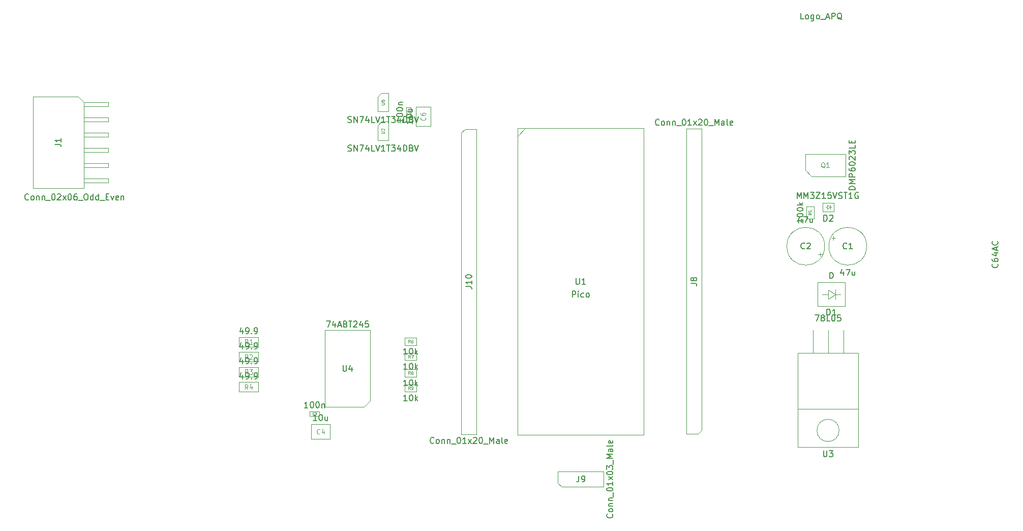
<source format=gbr>
%TF.GenerationSoftware,KiCad,Pcbnew,5.1.10-88a1d61d58~90~ubuntu20.04.1*%
%TF.CreationDate,2021-10-06T13:31:21+02:00*%
%TF.ProjectId,PrawnBlaster,50726177-6e42-46c6-9173-7465722e6b69,v1.0*%
%TF.SameCoordinates,Original*%
%TF.FileFunction,Other,Fab,Top*%
%FSLAX45Y45*%
G04 Gerber Fmt 4.5, Leading zero omitted, Abs format (unit mm)*
G04 Created by KiCad (PCBNEW 5.1.10-88a1d61d58~90~ubuntu20.04.1) date 2021-10-06 13:31:21*
%MOMM*%
%LPD*%
G01*
G04 APERTURE LIST*
%ADD10C,0.100000*%
%ADD11C,0.120000*%
%ADD12C,0.150000*%
%ADD13C,0.060000*%
%ADD14C,0.075000*%
%ADD15C,0.080000*%
G04 APERTURE END LIST*
D10*
%TO.C,J10*%
X11693000Y-7776500D02*
X11756500Y-7713000D01*
X11693000Y-12793000D02*
X11693000Y-7776500D01*
X11947000Y-12793000D02*
X11693000Y-12793000D01*
X11947000Y-7713000D02*
X11947000Y-12793000D01*
X11756500Y-7713000D02*
X11947000Y-7713000D01*
%TO.C,C6*%
X10936000Y-7342500D02*
X11186000Y-7342500D01*
X11186000Y-7342500D02*
X11186000Y-7662500D01*
X11186000Y-7662500D02*
X10936000Y-7662500D01*
X10936000Y-7662500D02*
X10936000Y-7342500D01*
%TO.C,C5*%
X10775000Y-7353000D02*
X10855000Y-7353000D01*
X10855000Y-7353000D02*
X10855000Y-7513000D01*
X10855000Y-7513000D02*
X10775000Y-7513000D01*
X10775000Y-7513000D02*
X10775000Y-7353000D01*
%TO.C,J1*%
X5816000Y-8600000D02*
X5816000Y-8540000D01*
X5410000Y-8600000D02*
X5816000Y-8600000D01*
X5816000Y-8540000D02*
X5410000Y-8540000D01*
X5816000Y-8346000D02*
X5816000Y-8286000D01*
X5410000Y-8346000D02*
X5816000Y-8346000D01*
X5816000Y-8286000D02*
X5410000Y-8286000D01*
X5816000Y-8092000D02*
X5816000Y-8032000D01*
X5410000Y-8092000D02*
X5816000Y-8092000D01*
X5816000Y-8032000D02*
X5410000Y-8032000D01*
X5816000Y-7838000D02*
X5816000Y-7778000D01*
X5410000Y-7838000D02*
X5816000Y-7838000D01*
X5816000Y-7778000D02*
X5410000Y-7778000D01*
X5816000Y-7584000D02*
X5816000Y-7524000D01*
X5410000Y-7584000D02*
X5816000Y-7584000D01*
X5816000Y-7524000D02*
X5410000Y-7524000D01*
X5816000Y-7330000D02*
X5816000Y-7270000D01*
X5410000Y-7330000D02*
X5816000Y-7330000D01*
X5816000Y-7270000D02*
X5410000Y-7270000D01*
X4559000Y-8697000D02*
X4559000Y-7173000D01*
X5410000Y-8697000D02*
X4559000Y-8697000D01*
X5410000Y-7270000D02*
X5410000Y-8697000D01*
X5313000Y-7173000D02*
X5410000Y-7270000D01*
X4559000Y-7173000D02*
X5313000Y-7173000D01*
%TO.C,U3*%
X17985000Y-12729000D02*
G75*
G03*
X17985000Y-12729000I-185000J0D01*
G01*
X18300000Y-12369000D02*
X18300000Y-13009000D01*
X18300000Y-13009000D02*
X17300000Y-13009000D01*
X17300000Y-13009000D02*
X17300000Y-12369000D01*
X17300000Y-12369000D02*
X18300000Y-12369000D01*
X18300000Y-11444000D02*
X18300000Y-12369000D01*
X18300000Y-12369000D02*
X17300000Y-12369000D01*
X17300000Y-12369000D02*
X17300000Y-11444000D01*
X17300000Y-11444000D02*
X18300000Y-11444000D01*
X18054000Y-11444000D02*
X18054000Y-11063000D01*
X17800000Y-11444000D02*
X17800000Y-11063000D01*
X17546000Y-11444000D02*
X17546000Y-11063000D01*
D11*
%TO.C,U1*%
X12630000Y-7830000D02*
X12760000Y-7700000D01*
X12630000Y-12800000D02*
X12630000Y-7700000D01*
X14730000Y-12800000D02*
X12630000Y-12800000D01*
X14730000Y-7700000D02*
X14730000Y-12800000D01*
X12630000Y-7700000D02*
X14730000Y-7700000D01*
D10*
%TO.C,U5*%
X10480000Y-7112000D02*
X10480000Y-7422000D01*
X10480000Y-7422000D02*
X10300000Y-7422000D01*
X10300000Y-7177000D02*
X10300000Y-7422000D01*
X10480000Y-7112000D02*
X10365000Y-7112000D01*
X10300000Y-7177000D02*
X10365000Y-7112000D01*
%TO.C,J9*%
X13366500Y-13667000D02*
X13303000Y-13603500D01*
X14065000Y-13667000D02*
X13366500Y-13667000D01*
X14065000Y-13413000D02*
X14065000Y-13667000D01*
X13303000Y-13413000D02*
X14065000Y-13413000D01*
X13303000Y-13603500D02*
X13303000Y-13413000D01*
%TO.C,J8*%
X15697000Y-12726500D02*
X15633500Y-12790000D01*
X15697000Y-7710000D02*
X15697000Y-12726500D01*
X15443000Y-7710000D02*
X15697000Y-7710000D01*
X15443000Y-12790000D02*
X15443000Y-7710000D01*
X15633500Y-12790000D02*
X15443000Y-12790000D01*
%TO.C,U2*%
X10300000Y-7655000D02*
X10365000Y-7590000D01*
X10480000Y-7590000D02*
X10365000Y-7590000D01*
X10300000Y-7655000D02*
X10300000Y-7900000D01*
X10480000Y-7900000D02*
X10300000Y-7900000D01*
X10480000Y-7590000D02*
X10480000Y-7900000D01*
%TO.C,R1*%
X8311400Y-11176200D02*
X8311400Y-11336200D01*
X8311400Y-11336200D02*
X7991400Y-11336200D01*
X7991400Y-11336200D02*
X7991400Y-11176200D01*
X7991400Y-11176200D02*
X8311400Y-11176200D01*
%TO.C,R4*%
X8311400Y-11926200D02*
X8311400Y-12086200D01*
X8311400Y-12086200D02*
X7991400Y-12086200D01*
X7991400Y-12086200D02*
X7991400Y-11926200D01*
X7991400Y-11926200D02*
X8311400Y-11926200D01*
%TO.C,R3*%
X8311400Y-11676200D02*
X8311400Y-11836200D01*
X8311400Y-11836200D02*
X7991400Y-11836200D01*
X7991400Y-11836200D02*
X7991400Y-11676200D01*
X7991400Y-11676200D02*
X8311400Y-11676200D01*
%TO.C,R2*%
X8311400Y-11426200D02*
X8311400Y-11586200D01*
X8311400Y-11586200D02*
X7991400Y-11586200D01*
X7991400Y-11586200D02*
X7991400Y-11426200D01*
X7991400Y-11426200D02*
X8311400Y-11426200D01*
%TO.C,C4*%
X9510000Y-12625000D02*
X9510000Y-12875000D01*
X9510000Y-12875000D02*
X9190000Y-12875000D01*
X9190000Y-12875000D02*
X9190000Y-12625000D01*
X9190000Y-12625000D02*
X9510000Y-12625000D01*
%TO.C,C2*%
X17744000Y-9663000D02*
G75*
G03*
X17744000Y-9663000I-315000J0D01*
G01*
X17698397Y-9800350D02*
X17635397Y-9800350D01*
X17666897Y-9831850D02*
X17666897Y-9768850D01*
%TO.C,C1*%
X17891103Y-9494150D02*
X17891103Y-9557150D01*
X17859603Y-9525650D02*
X17922603Y-9525650D01*
X18444000Y-9663000D02*
G75*
G03*
X18444000Y-9663000I-315000J0D01*
G01*
%TO.C,D2*%
X17784000Y-9013000D02*
X17759000Y-9013000D01*
X17784000Y-8978000D02*
X17834000Y-9013000D01*
X17784000Y-9048000D02*
X17784000Y-8978000D01*
X17834000Y-9013000D02*
X17784000Y-9048000D01*
X17834000Y-9013000D02*
X17854000Y-9013000D01*
X17834000Y-9048000D02*
X17834000Y-8978000D01*
X17894000Y-8943000D02*
X17894000Y-9083000D01*
X17714000Y-8943000D02*
X17894000Y-8943000D01*
X17714000Y-9083000D02*
X17714000Y-8943000D01*
X17894000Y-9083000D02*
X17714000Y-9083000D01*
%TO.C,D1*%
X17918944Y-10462898D02*
X17803882Y-10542908D01*
X17918944Y-10462898D02*
X17803882Y-10387968D01*
X17803882Y-10387968D02*
X17803882Y-10542908D01*
X17918944Y-10542908D02*
X17918944Y-10382888D01*
X17803882Y-10462898D02*
X17704060Y-10462898D01*
X17918944Y-10462898D02*
X18009114Y-10462898D01*
X17624000Y-10663000D02*
X18084000Y-10663000D01*
X17624000Y-10663000D02*
X17624000Y-10263000D01*
X18084000Y-10263000D02*
X18084000Y-10663000D01*
X17624000Y-10263000D02*
X18084000Y-10263000D01*
%TO.C,C3*%
X9330000Y-12410000D02*
X9330000Y-12490000D01*
X9330000Y-12490000D02*
X9170000Y-12490000D01*
X9170000Y-12490000D02*
X9170000Y-12410000D01*
X9170000Y-12410000D02*
X9330000Y-12410000D01*
%TO.C,Q1*%
X17524000Y-8498000D02*
X17419000Y-8393000D01*
X17524000Y-8498000D02*
X18089000Y-8498000D01*
X17419000Y-8393000D02*
X17419000Y-8128000D01*
X18089000Y-8498000D02*
X18089000Y-8128000D01*
X17419000Y-8128000D02*
X18089000Y-8128000D01*
%TO.C,R5*%
X17441500Y-9004250D02*
X17566500Y-9004250D01*
X17566500Y-9004250D02*
X17566500Y-9204250D01*
X17566500Y-9204250D02*
X17441500Y-9204250D01*
X17441500Y-9204250D02*
X17441500Y-9004250D01*
%TO.C,U4*%
X10075000Y-12340000D02*
X9425000Y-12340000D01*
X9425000Y-12340000D02*
X9425000Y-11060000D01*
X9425000Y-11060000D02*
X10175000Y-11060000D01*
X10175000Y-11060000D02*
X10175000Y-12240000D01*
X10175000Y-12240000D02*
X10075000Y-12340000D01*
%TO.C,R9*%
X10750000Y-12087500D02*
X10750000Y-11962500D01*
X10750000Y-11962500D02*
X10950000Y-11962500D01*
X10950000Y-11962500D02*
X10950000Y-12087500D01*
X10950000Y-12087500D02*
X10750000Y-12087500D01*
%TO.C,R8*%
X10750000Y-11837500D02*
X10750000Y-11712500D01*
X10750000Y-11712500D02*
X10950000Y-11712500D01*
X10950000Y-11712500D02*
X10950000Y-11837500D01*
X10950000Y-11837500D02*
X10750000Y-11837500D01*
%TO.C,R7*%
X10750000Y-11562500D02*
X10750000Y-11437500D01*
X10750000Y-11437500D02*
X10950000Y-11437500D01*
X10950000Y-11437500D02*
X10950000Y-11562500D01*
X10950000Y-11562500D02*
X10750000Y-11562500D01*
%TO.C,R6*%
X10750000Y-11312500D02*
X10750000Y-11187500D01*
X10750000Y-11187500D02*
X10950000Y-11187500D01*
X10950000Y-11187500D02*
X10950000Y-11312500D01*
X10950000Y-11312500D02*
X10750000Y-11312500D01*
%TD*%
%TO.C,J10*%
D12*
X11236667Y-12934714D02*
X11231905Y-12939476D01*
X11217619Y-12944238D01*
X11208095Y-12944238D01*
X11193809Y-12939476D01*
X11184286Y-12929952D01*
X11179524Y-12920428D01*
X11174762Y-12901381D01*
X11174762Y-12887095D01*
X11179524Y-12868048D01*
X11184286Y-12858524D01*
X11193809Y-12849000D01*
X11208095Y-12844238D01*
X11217619Y-12844238D01*
X11231905Y-12849000D01*
X11236667Y-12853762D01*
X11293809Y-12944238D02*
X11284286Y-12939476D01*
X11279524Y-12934714D01*
X11274762Y-12925190D01*
X11274762Y-12896619D01*
X11279524Y-12887095D01*
X11284286Y-12882333D01*
X11293809Y-12877571D01*
X11308095Y-12877571D01*
X11317619Y-12882333D01*
X11322381Y-12887095D01*
X11327143Y-12896619D01*
X11327143Y-12925190D01*
X11322381Y-12934714D01*
X11317619Y-12939476D01*
X11308095Y-12944238D01*
X11293809Y-12944238D01*
X11370000Y-12877571D02*
X11370000Y-12944238D01*
X11370000Y-12887095D02*
X11374762Y-12882333D01*
X11384286Y-12877571D01*
X11398571Y-12877571D01*
X11408095Y-12882333D01*
X11412857Y-12891857D01*
X11412857Y-12944238D01*
X11460476Y-12877571D02*
X11460476Y-12944238D01*
X11460476Y-12887095D02*
X11465238Y-12882333D01*
X11474762Y-12877571D01*
X11489048Y-12877571D01*
X11498571Y-12882333D01*
X11503333Y-12891857D01*
X11503333Y-12944238D01*
X11527143Y-12953762D02*
X11603333Y-12953762D01*
X11646190Y-12844238D02*
X11655714Y-12844238D01*
X11665238Y-12849000D01*
X11670000Y-12853762D01*
X11674762Y-12863286D01*
X11679524Y-12882333D01*
X11679524Y-12906143D01*
X11674762Y-12925190D01*
X11670000Y-12934714D01*
X11665238Y-12939476D01*
X11655714Y-12944238D01*
X11646190Y-12944238D01*
X11636667Y-12939476D01*
X11631905Y-12934714D01*
X11627143Y-12925190D01*
X11622381Y-12906143D01*
X11622381Y-12882333D01*
X11627143Y-12863286D01*
X11631905Y-12853762D01*
X11636667Y-12849000D01*
X11646190Y-12844238D01*
X11774762Y-12944238D02*
X11717619Y-12944238D01*
X11746190Y-12944238D02*
X11746190Y-12844238D01*
X11736667Y-12858524D01*
X11727143Y-12868048D01*
X11717619Y-12872809D01*
X11808095Y-12944238D02*
X11860476Y-12877571D01*
X11808095Y-12877571D02*
X11860476Y-12944238D01*
X11893809Y-12853762D02*
X11898571Y-12849000D01*
X11908095Y-12844238D01*
X11931905Y-12844238D01*
X11941428Y-12849000D01*
X11946190Y-12853762D01*
X11950952Y-12863286D01*
X11950952Y-12872809D01*
X11946190Y-12887095D01*
X11889048Y-12944238D01*
X11950952Y-12944238D01*
X12012857Y-12844238D02*
X12022381Y-12844238D01*
X12031905Y-12849000D01*
X12036667Y-12853762D01*
X12041428Y-12863286D01*
X12046190Y-12882333D01*
X12046190Y-12906143D01*
X12041428Y-12925190D01*
X12036667Y-12934714D01*
X12031905Y-12939476D01*
X12022381Y-12944238D01*
X12012857Y-12944238D01*
X12003333Y-12939476D01*
X11998571Y-12934714D01*
X11993809Y-12925190D01*
X11989048Y-12906143D01*
X11989048Y-12882333D01*
X11993809Y-12863286D01*
X11998571Y-12853762D01*
X12003333Y-12849000D01*
X12012857Y-12844238D01*
X12065238Y-12953762D02*
X12141428Y-12953762D01*
X12165238Y-12944238D02*
X12165238Y-12844238D01*
X12198571Y-12915667D01*
X12231905Y-12844238D01*
X12231905Y-12944238D01*
X12322381Y-12944238D02*
X12322381Y-12891857D01*
X12317619Y-12882333D01*
X12308095Y-12877571D01*
X12289048Y-12877571D01*
X12279524Y-12882333D01*
X12322381Y-12939476D02*
X12312857Y-12944238D01*
X12289048Y-12944238D01*
X12279524Y-12939476D01*
X12274762Y-12929952D01*
X12274762Y-12920428D01*
X12279524Y-12910905D01*
X12289048Y-12906143D01*
X12312857Y-12906143D01*
X12322381Y-12901381D01*
X12384286Y-12944238D02*
X12374762Y-12939476D01*
X12370000Y-12929952D01*
X12370000Y-12844238D01*
X12460476Y-12939476D02*
X12450952Y-12944238D01*
X12431905Y-12944238D01*
X12422381Y-12939476D01*
X12417619Y-12929952D01*
X12417619Y-12891857D01*
X12422381Y-12882333D01*
X12431905Y-12877571D01*
X12450952Y-12877571D01*
X12460476Y-12882333D01*
X12465238Y-12891857D01*
X12465238Y-12901381D01*
X12417619Y-12910905D01*
X11765238Y-10333952D02*
X11836667Y-10333952D01*
X11850952Y-10338714D01*
X11860476Y-10348238D01*
X11865238Y-10362524D01*
X11865238Y-10372048D01*
X11865238Y-10233952D02*
X11865238Y-10291095D01*
X11865238Y-10262524D02*
X11765238Y-10262524D01*
X11779524Y-10272048D01*
X11789048Y-10281571D01*
X11793809Y-10291095D01*
X11765238Y-10172048D02*
X11765238Y-10162524D01*
X11770000Y-10153000D01*
X11774762Y-10148238D01*
X11784286Y-10143476D01*
X11803333Y-10138714D01*
X11827143Y-10138714D01*
X11846190Y-10143476D01*
X11855714Y-10148238D01*
X11860476Y-10153000D01*
X11865238Y-10162524D01*
X11865238Y-10172048D01*
X11860476Y-10181571D01*
X11855714Y-10186333D01*
X11846190Y-10191095D01*
X11827143Y-10195857D01*
X11803333Y-10195857D01*
X11784286Y-10191095D01*
X11774762Y-10186333D01*
X11770000Y-10181571D01*
X11765238Y-10172048D01*
%TO.C,C6*%
X10876238Y-7566786D02*
X10876238Y-7623928D01*
X10876238Y-7595357D02*
X10776238Y-7595357D01*
X10790524Y-7604881D01*
X10800048Y-7614405D01*
X10804810Y-7623928D01*
X10776238Y-7504881D02*
X10776238Y-7495357D01*
X10781000Y-7485833D01*
X10785762Y-7481071D01*
X10795286Y-7476309D01*
X10814333Y-7471548D01*
X10838143Y-7471548D01*
X10857190Y-7476309D01*
X10866714Y-7481071D01*
X10871476Y-7485833D01*
X10876238Y-7495357D01*
X10876238Y-7504881D01*
X10871476Y-7514405D01*
X10866714Y-7519167D01*
X10857190Y-7523928D01*
X10838143Y-7528690D01*
X10814333Y-7528690D01*
X10795286Y-7523928D01*
X10785762Y-7519167D01*
X10781000Y-7514405D01*
X10776238Y-7504881D01*
X10809571Y-7385833D02*
X10876238Y-7385833D01*
X10809571Y-7428690D02*
X10861952Y-7428690D01*
X10871476Y-7423928D01*
X10876238Y-7414405D01*
X10876238Y-7400119D01*
X10871476Y-7390595D01*
X10866714Y-7385833D01*
D11*
X11089571Y-7515833D02*
X11093381Y-7519643D01*
X11097190Y-7531071D01*
X11097190Y-7538690D01*
X11093381Y-7550119D01*
X11085762Y-7557738D01*
X11078143Y-7561548D01*
X11062905Y-7565357D01*
X11051476Y-7565357D01*
X11036238Y-7561548D01*
X11028619Y-7557738D01*
X11021000Y-7550119D01*
X11017190Y-7538690D01*
X11017190Y-7531071D01*
X11021000Y-7519643D01*
X11024810Y-7515833D01*
X11017190Y-7447262D02*
X11017190Y-7462500D01*
X11021000Y-7470119D01*
X11024810Y-7473928D01*
X11036238Y-7481548D01*
X11051476Y-7485357D01*
X11081952Y-7485357D01*
X11089571Y-7481548D01*
X11093381Y-7477738D01*
X11097190Y-7470119D01*
X11097190Y-7454881D01*
X11093381Y-7447262D01*
X11089571Y-7443452D01*
X11081952Y-7439643D01*
X11062905Y-7439643D01*
X11055286Y-7443452D01*
X11051476Y-7447262D01*
X11047667Y-7454881D01*
X11047667Y-7470119D01*
X11051476Y-7477738D01*
X11055286Y-7481548D01*
X11062905Y-7485357D01*
%TO.C,C5*%
D12*
X10717238Y-7544905D02*
X10717238Y-7602048D01*
X10717238Y-7573476D02*
X10617238Y-7573476D01*
X10631524Y-7583000D01*
X10641048Y-7592524D01*
X10645810Y-7602048D01*
X10617238Y-7483000D02*
X10617238Y-7473476D01*
X10622000Y-7463952D01*
X10626762Y-7459190D01*
X10636286Y-7454428D01*
X10655333Y-7449667D01*
X10679143Y-7449667D01*
X10698190Y-7454428D01*
X10707714Y-7459190D01*
X10712476Y-7463952D01*
X10717238Y-7473476D01*
X10717238Y-7483000D01*
X10712476Y-7492524D01*
X10707714Y-7497286D01*
X10698190Y-7502048D01*
X10679143Y-7506809D01*
X10655333Y-7506809D01*
X10636286Y-7502048D01*
X10626762Y-7497286D01*
X10622000Y-7492524D01*
X10617238Y-7483000D01*
X10617238Y-7387762D02*
X10617238Y-7378238D01*
X10622000Y-7368714D01*
X10626762Y-7363952D01*
X10636286Y-7359190D01*
X10655333Y-7354428D01*
X10679143Y-7354428D01*
X10698190Y-7359190D01*
X10707714Y-7363952D01*
X10712476Y-7368714D01*
X10717238Y-7378238D01*
X10717238Y-7387762D01*
X10712476Y-7397286D01*
X10707714Y-7402048D01*
X10698190Y-7406809D01*
X10679143Y-7411571D01*
X10655333Y-7411571D01*
X10636286Y-7406809D01*
X10626762Y-7402048D01*
X10622000Y-7397286D01*
X10617238Y-7387762D01*
X10650571Y-7311571D02*
X10717238Y-7311571D01*
X10660095Y-7311571D02*
X10655333Y-7306809D01*
X10650571Y-7297286D01*
X10650571Y-7283000D01*
X10655333Y-7273476D01*
X10664857Y-7268714D01*
X10717238Y-7268714D01*
D13*
X10829286Y-7439667D02*
X10831190Y-7441571D01*
X10833095Y-7447286D01*
X10833095Y-7451095D01*
X10831190Y-7456809D01*
X10827381Y-7460619D01*
X10823571Y-7462524D01*
X10815952Y-7464428D01*
X10810238Y-7464428D01*
X10802619Y-7462524D01*
X10798810Y-7460619D01*
X10795000Y-7456809D01*
X10793095Y-7451095D01*
X10793095Y-7447286D01*
X10795000Y-7441571D01*
X10796905Y-7439667D01*
X10793095Y-7403476D02*
X10793095Y-7422524D01*
X10812143Y-7424428D01*
X10810238Y-7422524D01*
X10808333Y-7418714D01*
X10808333Y-7409190D01*
X10810238Y-7405381D01*
X10812143Y-7403476D01*
X10815952Y-7401571D01*
X10825476Y-7401571D01*
X10829286Y-7403476D01*
X10831190Y-7405381D01*
X10833095Y-7409190D01*
X10833095Y-7418714D01*
X10831190Y-7422524D01*
X10829286Y-7424428D01*
%TO.C,J1*%
D12*
X4486714Y-8882714D02*
X4481952Y-8887476D01*
X4467667Y-8892238D01*
X4458143Y-8892238D01*
X4443857Y-8887476D01*
X4434333Y-8877952D01*
X4429571Y-8868429D01*
X4424810Y-8849381D01*
X4424810Y-8835095D01*
X4429571Y-8816048D01*
X4434333Y-8806524D01*
X4443857Y-8797000D01*
X4458143Y-8792238D01*
X4467667Y-8792238D01*
X4481952Y-8797000D01*
X4486714Y-8801762D01*
X4543857Y-8892238D02*
X4534333Y-8887476D01*
X4529571Y-8882714D01*
X4524810Y-8873190D01*
X4524810Y-8844619D01*
X4529571Y-8835095D01*
X4534333Y-8830333D01*
X4543857Y-8825571D01*
X4558143Y-8825571D01*
X4567667Y-8830333D01*
X4572429Y-8835095D01*
X4577190Y-8844619D01*
X4577190Y-8873190D01*
X4572429Y-8882714D01*
X4567667Y-8887476D01*
X4558143Y-8892238D01*
X4543857Y-8892238D01*
X4620048Y-8825571D02*
X4620048Y-8892238D01*
X4620048Y-8835095D02*
X4624810Y-8830333D01*
X4634333Y-8825571D01*
X4648619Y-8825571D01*
X4658143Y-8830333D01*
X4662905Y-8839857D01*
X4662905Y-8892238D01*
X4710524Y-8825571D02*
X4710524Y-8892238D01*
X4710524Y-8835095D02*
X4715286Y-8830333D01*
X4724810Y-8825571D01*
X4739095Y-8825571D01*
X4748619Y-8830333D01*
X4753381Y-8839857D01*
X4753381Y-8892238D01*
X4777190Y-8901762D02*
X4853381Y-8901762D01*
X4896238Y-8792238D02*
X4905762Y-8792238D01*
X4915286Y-8797000D01*
X4920048Y-8801762D01*
X4924810Y-8811286D01*
X4929571Y-8830333D01*
X4929571Y-8854143D01*
X4924810Y-8873190D01*
X4920048Y-8882714D01*
X4915286Y-8887476D01*
X4905762Y-8892238D01*
X4896238Y-8892238D01*
X4886714Y-8887476D01*
X4881952Y-8882714D01*
X4877190Y-8873190D01*
X4872429Y-8854143D01*
X4872429Y-8830333D01*
X4877190Y-8811286D01*
X4881952Y-8801762D01*
X4886714Y-8797000D01*
X4896238Y-8792238D01*
X4967667Y-8801762D02*
X4972429Y-8797000D01*
X4981952Y-8792238D01*
X5005762Y-8792238D01*
X5015286Y-8797000D01*
X5020048Y-8801762D01*
X5024810Y-8811286D01*
X5024810Y-8820810D01*
X5020048Y-8835095D01*
X4962905Y-8892238D01*
X5024810Y-8892238D01*
X5058143Y-8892238D02*
X5110524Y-8825571D01*
X5058143Y-8825571D02*
X5110524Y-8892238D01*
X5167667Y-8792238D02*
X5177190Y-8792238D01*
X5186714Y-8797000D01*
X5191476Y-8801762D01*
X5196238Y-8811286D01*
X5201000Y-8830333D01*
X5201000Y-8854143D01*
X5196238Y-8873190D01*
X5191476Y-8882714D01*
X5186714Y-8887476D01*
X5177190Y-8892238D01*
X5167667Y-8892238D01*
X5158143Y-8887476D01*
X5153381Y-8882714D01*
X5148619Y-8873190D01*
X5143857Y-8854143D01*
X5143857Y-8830333D01*
X5148619Y-8811286D01*
X5153381Y-8801762D01*
X5158143Y-8797000D01*
X5167667Y-8792238D01*
X5286714Y-8792238D02*
X5267667Y-8792238D01*
X5258143Y-8797000D01*
X5253381Y-8801762D01*
X5243857Y-8816048D01*
X5239095Y-8835095D01*
X5239095Y-8873190D01*
X5243857Y-8882714D01*
X5248619Y-8887476D01*
X5258143Y-8892238D01*
X5277190Y-8892238D01*
X5286714Y-8887476D01*
X5291476Y-8882714D01*
X5296238Y-8873190D01*
X5296238Y-8849381D01*
X5291476Y-8839857D01*
X5286714Y-8835095D01*
X5277190Y-8830333D01*
X5258143Y-8830333D01*
X5248619Y-8835095D01*
X5243857Y-8839857D01*
X5239095Y-8849381D01*
X5315286Y-8901762D02*
X5391476Y-8901762D01*
X5434333Y-8792238D02*
X5453381Y-8792238D01*
X5462905Y-8797000D01*
X5472429Y-8806524D01*
X5477190Y-8825571D01*
X5477190Y-8858905D01*
X5472429Y-8877952D01*
X5462905Y-8887476D01*
X5453381Y-8892238D01*
X5434333Y-8892238D01*
X5424810Y-8887476D01*
X5415286Y-8877952D01*
X5410524Y-8858905D01*
X5410524Y-8825571D01*
X5415286Y-8806524D01*
X5424810Y-8797000D01*
X5434333Y-8792238D01*
X5562905Y-8892238D02*
X5562905Y-8792238D01*
X5562905Y-8887476D02*
X5553381Y-8892238D01*
X5534333Y-8892238D01*
X5524810Y-8887476D01*
X5520048Y-8882714D01*
X5515286Y-8873190D01*
X5515286Y-8844619D01*
X5520048Y-8835095D01*
X5524810Y-8830333D01*
X5534333Y-8825571D01*
X5553381Y-8825571D01*
X5562905Y-8830333D01*
X5653381Y-8892238D02*
X5653381Y-8792238D01*
X5653381Y-8887476D02*
X5643857Y-8892238D01*
X5624809Y-8892238D01*
X5615286Y-8887476D01*
X5610524Y-8882714D01*
X5605762Y-8873190D01*
X5605762Y-8844619D01*
X5610524Y-8835095D01*
X5615286Y-8830333D01*
X5624809Y-8825571D01*
X5643857Y-8825571D01*
X5653381Y-8830333D01*
X5677190Y-8901762D02*
X5753381Y-8901762D01*
X5777190Y-8839857D02*
X5810524Y-8839857D01*
X5824809Y-8892238D02*
X5777190Y-8892238D01*
X5777190Y-8792238D01*
X5824809Y-8792238D01*
X5858143Y-8825571D02*
X5881952Y-8892238D01*
X5905762Y-8825571D01*
X5981952Y-8887476D02*
X5972428Y-8892238D01*
X5953381Y-8892238D01*
X5943857Y-8887476D01*
X5939095Y-8877952D01*
X5939095Y-8839857D01*
X5943857Y-8830333D01*
X5953381Y-8825571D01*
X5972428Y-8825571D01*
X5981952Y-8830333D01*
X5986714Y-8839857D01*
X5986714Y-8849381D01*
X5939095Y-8858905D01*
X6029571Y-8825571D02*
X6029571Y-8892238D01*
X6029571Y-8835095D02*
X6034333Y-8830333D01*
X6043857Y-8825571D01*
X6058143Y-8825571D01*
X6067667Y-8830333D01*
X6072428Y-8839857D01*
X6072428Y-8892238D01*
X4929738Y-7968333D02*
X5001167Y-7968333D01*
X5015452Y-7973095D01*
X5024976Y-7982619D01*
X5029738Y-7996905D01*
X5029738Y-8006428D01*
X5029738Y-7868333D02*
X5029738Y-7925476D01*
X5029738Y-7896905D02*
X4929738Y-7896905D01*
X4944024Y-7906428D01*
X4953548Y-7915952D01*
X4958310Y-7925476D01*
%TO.C,U3*%
X17583333Y-10808238D02*
X17650000Y-10808238D01*
X17607143Y-10908238D01*
X17702381Y-10851095D02*
X17692857Y-10846333D01*
X17688095Y-10841571D01*
X17683333Y-10832048D01*
X17683333Y-10827286D01*
X17688095Y-10817762D01*
X17692857Y-10813000D01*
X17702381Y-10808238D01*
X17721429Y-10808238D01*
X17730952Y-10813000D01*
X17735714Y-10817762D01*
X17740476Y-10827286D01*
X17740476Y-10832048D01*
X17735714Y-10841571D01*
X17730952Y-10846333D01*
X17721429Y-10851095D01*
X17702381Y-10851095D01*
X17692857Y-10855857D01*
X17688095Y-10860619D01*
X17683333Y-10870143D01*
X17683333Y-10889190D01*
X17688095Y-10898714D01*
X17692857Y-10903476D01*
X17702381Y-10908238D01*
X17721429Y-10908238D01*
X17730952Y-10903476D01*
X17735714Y-10898714D01*
X17740476Y-10889190D01*
X17740476Y-10870143D01*
X17735714Y-10860619D01*
X17730952Y-10855857D01*
X17721429Y-10851095D01*
X17830952Y-10908238D02*
X17783333Y-10908238D01*
X17783333Y-10808238D01*
X17883333Y-10808238D02*
X17892857Y-10808238D01*
X17902381Y-10813000D01*
X17907143Y-10817762D01*
X17911905Y-10827286D01*
X17916667Y-10846333D01*
X17916667Y-10870143D01*
X17911905Y-10889190D01*
X17907143Y-10898714D01*
X17902381Y-10903476D01*
X17892857Y-10908238D01*
X17883333Y-10908238D01*
X17873810Y-10903476D01*
X17869048Y-10898714D01*
X17864286Y-10889190D01*
X17859524Y-10870143D01*
X17859524Y-10846333D01*
X17864286Y-10827286D01*
X17869048Y-10817762D01*
X17873810Y-10813000D01*
X17883333Y-10808238D01*
X18007143Y-10808238D02*
X17959524Y-10808238D01*
X17954762Y-10855857D01*
X17959524Y-10851095D01*
X17969048Y-10846333D01*
X17992857Y-10846333D01*
X18002381Y-10851095D01*
X18007143Y-10855857D01*
X18011905Y-10865381D01*
X18011905Y-10889190D01*
X18007143Y-10898714D01*
X18002381Y-10903476D01*
X17992857Y-10908238D01*
X17969048Y-10908238D01*
X17959524Y-10903476D01*
X17954762Y-10898714D01*
X17723810Y-13066238D02*
X17723810Y-13147190D01*
X17728571Y-13156714D01*
X17733333Y-13161476D01*
X17742857Y-13166238D01*
X17761905Y-13166238D01*
X17771429Y-13161476D01*
X17776190Y-13156714D01*
X17780952Y-13147190D01*
X17780952Y-13066238D01*
X17819048Y-13066238D02*
X17880952Y-13066238D01*
X17847619Y-13104333D01*
X17861905Y-13104333D01*
X17871429Y-13109095D01*
X17876190Y-13113857D01*
X17880952Y-13123381D01*
X17880952Y-13147190D01*
X17876190Y-13156714D01*
X17871429Y-13161476D01*
X17861905Y-13166238D01*
X17833333Y-13166238D01*
X17823810Y-13161476D01*
X17819048Y-13156714D01*
%TO.C,U1*%
X13541905Y-10511138D02*
X13541905Y-10411138D01*
X13580000Y-10411138D01*
X13589524Y-10415900D01*
X13594286Y-10420662D01*
X13599048Y-10430186D01*
X13599048Y-10444471D01*
X13594286Y-10453995D01*
X13589524Y-10458757D01*
X13580000Y-10463519D01*
X13541905Y-10463519D01*
X13641905Y-10511138D02*
X13641905Y-10444471D01*
X13641905Y-10411138D02*
X13637143Y-10415900D01*
X13641905Y-10420662D01*
X13646667Y-10415900D01*
X13641905Y-10411138D01*
X13641905Y-10420662D01*
X13732381Y-10506376D02*
X13722857Y-10511138D01*
X13703809Y-10511138D01*
X13694286Y-10506376D01*
X13689524Y-10501614D01*
X13684762Y-10492090D01*
X13684762Y-10463519D01*
X13689524Y-10453995D01*
X13694286Y-10449233D01*
X13703809Y-10444471D01*
X13722857Y-10444471D01*
X13732381Y-10449233D01*
X13789524Y-10511138D02*
X13780000Y-10506376D01*
X13775238Y-10501614D01*
X13770476Y-10492090D01*
X13770476Y-10463519D01*
X13775238Y-10453995D01*
X13780000Y-10449233D01*
X13789524Y-10444471D01*
X13803809Y-10444471D01*
X13813333Y-10449233D01*
X13818095Y-10453995D01*
X13822857Y-10463519D01*
X13822857Y-10492090D01*
X13818095Y-10501614D01*
X13813333Y-10506376D01*
X13803809Y-10511138D01*
X13789524Y-10511138D01*
X13603809Y-10195238D02*
X13603809Y-10276190D01*
X13608571Y-10285714D01*
X13613333Y-10290476D01*
X13622857Y-10295238D01*
X13641905Y-10295238D01*
X13651428Y-10290476D01*
X13656190Y-10285714D01*
X13660952Y-10276190D01*
X13660952Y-10195238D01*
X13760952Y-10295238D02*
X13703809Y-10295238D01*
X13732381Y-10295238D02*
X13732381Y-10195238D01*
X13722857Y-10209524D01*
X13713333Y-10219048D01*
X13703809Y-10223810D01*
%TO.C,U5*%
X9806667Y-7597476D02*
X9820952Y-7602238D01*
X9844762Y-7602238D01*
X9854286Y-7597476D01*
X9859048Y-7592714D01*
X9863810Y-7583190D01*
X9863810Y-7573667D01*
X9859048Y-7564143D01*
X9854286Y-7559381D01*
X9844762Y-7554619D01*
X9825714Y-7549857D01*
X9816190Y-7545095D01*
X9811429Y-7540333D01*
X9806667Y-7530809D01*
X9806667Y-7521286D01*
X9811429Y-7511762D01*
X9816190Y-7507000D01*
X9825714Y-7502238D01*
X9849524Y-7502238D01*
X9863810Y-7507000D01*
X9906667Y-7602238D02*
X9906667Y-7502238D01*
X9963810Y-7602238D01*
X9963810Y-7502238D01*
X10001905Y-7502238D02*
X10068571Y-7502238D01*
X10025714Y-7602238D01*
X10149524Y-7535571D02*
X10149524Y-7602238D01*
X10125714Y-7497476D02*
X10101905Y-7568905D01*
X10163810Y-7568905D01*
X10249524Y-7602238D02*
X10201905Y-7602238D01*
X10201905Y-7502238D01*
X10268571Y-7502238D02*
X10301905Y-7602238D01*
X10335238Y-7502238D01*
X10420952Y-7602238D02*
X10363810Y-7602238D01*
X10392381Y-7602238D02*
X10392381Y-7502238D01*
X10382857Y-7516524D01*
X10373333Y-7526048D01*
X10363810Y-7530809D01*
X10449524Y-7502238D02*
X10506667Y-7502238D01*
X10478095Y-7602238D02*
X10478095Y-7502238D01*
X10530476Y-7502238D02*
X10592381Y-7502238D01*
X10559048Y-7540333D01*
X10573333Y-7540333D01*
X10582857Y-7545095D01*
X10587619Y-7549857D01*
X10592381Y-7559381D01*
X10592381Y-7583190D01*
X10587619Y-7592714D01*
X10582857Y-7597476D01*
X10573333Y-7602238D01*
X10544762Y-7602238D01*
X10535238Y-7597476D01*
X10530476Y-7592714D01*
X10678095Y-7535571D02*
X10678095Y-7602238D01*
X10654286Y-7497476D02*
X10630476Y-7568905D01*
X10692381Y-7568905D01*
X10730476Y-7602238D02*
X10730476Y-7502238D01*
X10754286Y-7502238D01*
X10768571Y-7507000D01*
X10778095Y-7516524D01*
X10782857Y-7526048D01*
X10787619Y-7545095D01*
X10787619Y-7559381D01*
X10782857Y-7578428D01*
X10778095Y-7587952D01*
X10768571Y-7597476D01*
X10754286Y-7602238D01*
X10730476Y-7602238D01*
X10863810Y-7549857D02*
X10878095Y-7554619D01*
X10882857Y-7559381D01*
X10887619Y-7568905D01*
X10887619Y-7583190D01*
X10882857Y-7592714D01*
X10878095Y-7597476D01*
X10868571Y-7602238D01*
X10830476Y-7602238D01*
X10830476Y-7502238D01*
X10863810Y-7502238D01*
X10873333Y-7507000D01*
X10878095Y-7511762D01*
X10882857Y-7521286D01*
X10882857Y-7530809D01*
X10878095Y-7540333D01*
X10873333Y-7545095D01*
X10863810Y-7549857D01*
X10830476Y-7549857D01*
X10916190Y-7502238D02*
X10949524Y-7602238D01*
X10982857Y-7502238D01*
D14*
X10362619Y-7305095D02*
X10403095Y-7305095D01*
X10407857Y-7302714D01*
X10410238Y-7300333D01*
X10412619Y-7295571D01*
X10412619Y-7286048D01*
X10410238Y-7281286D01*
X10407857Y-7278905D01*
X10403095Y-7276524D01*
X10362619Y-7276524D01*
X10362619Y-7228905D02*
X10362619Y-7252714D01*
X10386429Y-7255095D01*
X10384048Y-7252714D01*
X10381667Y-7247952D01*
X10381667Y-7236048D01*
X10384048Y-7231286D01*
X10386429Y-7228905D01*
X10391190Y-7226524D01*
X10403095Y-7226524D01*
X10407857Y-7228905D01*
X10410238Y-7231286D01*
X10412619Y-7236048D01*
X10412619Y-7247952D01*
X10410238Y-7252714D01*
X10407857Y-7255095D01*
%TO.C,J9*%
D12*
X14206714Y-14123333D02*
X14211476Y-14128095D01*
X14216238Y-14142381D01*
X14216238Y-14151905D01*
X14211476Y-14166190D01*
X14201952Y-14175714D01*
X14192428Y-14180476D01*
X14173381Y-14185238D01*
X14159095Y-14185238D01*
X14140048Y-14180476D01*
X14130524Y-14175714D01*
X14121000Y-14166190D01*
X14116238Y-14151905D01*
X14116238Y-14142381D01*
X14121000Y-14128095D01*
X14125762Y-14123333D01*
X14216238Y-14066190D02*
X14211476Y-14075714D01*
X14206714Y-14080476D01*
X14197190Y-14085238D01*
X14168619Y-14085238D01*
X14159095Y-14080476D01*
X14154333Y-14075714D01*
X14149571Y-14066190D01*
X14149571Y-14051905D01*
X14154333Y-14042381D01*
X14159095Y-14037619D01*
X14168619Y-14032857D01*
X14197190Y-14032857D01*
X14206714Y-14037619D01*
X14211476Y-14042381D01*
X14216238Y-14051905D01*
X14216238Y-14066190D01*
X14149571Y-13990000D02*
X14216238Y-13990000D01*
X14159095Y-13990000D02*
X14154333Y-13985238D01*
X14149571Y-13975714D01*
X14149571Y-13961428D01*
X14154333Y-13951905D01*
X14163857Y-13947143D01*
X14216238Y-13947143D01*
X14149571Y-13899524D02*
X14216238Y-13899524D01*
X14159095Y-13899524D02*
X14154333Y-13894762D01*
X14149571Y-13885238D01*
X14149571Y-13870952D01*
X14154333Y-13861428D01*
X14163857Y-13856667D01*
X14216238Y-13856667D01*
X14225762Y-13832857D02*
X14225762Y-13756667D01*
X14116238Y-13713809D02*
X14116238Y-13704286D01*
X14121000Y-13694762D01*
X14125762Y-13690000D01*
X14135286Y-13685238D01*
X14154333Y-13680476D01*
X14178143Y-13680476D01*
X14197190Y-13685238D01*
X14206714Y-13690000D01*
X14211476Y-13694762D01*
X14216238Y-13704286D01*
X14216238Y-13713809D01*
X14211476Y-13723333D01*
X14206714Y-13728095D01*
X14197190Y-13732857D01*
X14178143Y-13737619D01*
X14154333Y-13737619D01*
X14135286Y-13732857D01*
X14125762Y-13728095D01*
X14121000Y-13723333D01*
X14116238Y-13713809D01*
X14216238Y-13585238D02*
X14216238Y-13642381D01*
X14216238Y-13613809D02*
X14116238Y-13613809D01*
X14130524Y-13623333D01*
X14140048Y-13632857D01*
X14144809Y-13642381D01*
X14216238Y-13551905D02*
X14149571Y-13499524D01*
X14149571Y-13551905D02*
X14216238Y-13499524D01*
X14116238Y-13442381D02*
X14116238Y-13432857D01*
X14121000Y-13423333D01*
X14125762Y-13418571D01*
X14135286Y-13413809D01*
X14154333Y-13409048D01*
X14178143Y-13409048D01*
X14197190Y-13413809D01*
X14206714Y-13418571D01*
X14211476Y-13423333D01*
X14216238Y-13432857D01*
X14216238Y-13442381D01*
X14211476Y-13451905D01*
X14206714Y-13456667D01*
X14197190Y-13461428D01*
X14178143Y-13466190D01*
X14154333Y-13466190D01*
X14135286Y-13461428D01*
X14125762Y-13456667D01*
X14121000Y-13451905D01*
X14116238Y-13442381D01*
X14116238Y-13375714D02*
X14116238Y-13313809D01*
X14154333Y-13347143D01*
X14154333Y-13332857D01*
X14159095Y-13323333D01*
X14163857Y-13318571D01*
X14173381Y-13313809D01*
X14197190Y-13313809D01*
X14206714Y-13318571D01*
X14211476Y-13323333D01*
X14216238Y-13332857D01*
X14216238Y-13361428D01*
X14211476Y-13370952D01*
X14206714Y-13375714D01*
X14225762Y-13294762D02*
X14225762Y-13218571D01*
X14216238Y-13194762D02*
X14116238Y-13194762D01*
X14187667Y-13161428D01*
X14116238Y-13128095D01*
X14216238Y-13128095D01*
X14216238Y-13037619D02*
X14163857Y-13037619D01*
X14154333Y-13042381D01*
X14149571Y-13051905D01*
X14149571Y-13070952D01*
X14154333Y-13080476D01*
X14211476Y-13037619D02*
X14216238Y-13047143D01*
X14216238Y-13070952D01*
X14211476Y-13080476D01*
X14201952Y-13085238D01*
X14192428Y-13085238D01*
X14182905Y-13080476D01*
X14178143Y-13070952D01*
X14178143Y-13047143D01*
X14173381Y-13037619D01*
X14216238Y-12975714D02*
X14211476Y-12985238D01*
X14201952Y-12990000D01*
X14116238Y-12990000D01*
X14211476Y-12899524D02*
X14216238Y-12909048D01*
X14216238Y-12928095D01*
X14211476Y-12937619D01*
X14201952Y-12942381D01*
X14163857Y-12942381D01*
X14154333Y-12937619D01*
X14149571Y-12928095D01*
X14149571Y-12909048D01*
X14154333Y-12899524D01*
X14163857Y-12894762D01*
X14173381Y-12894762D01*
X14182905Y-12942381D01*
X13650667Y-13485238D02*
X13650667Y-13556667D01*
X13645905Y-13570952D01*
X13636381Y-13580476D01*
X13622095Y-13585238D01*
X13612571Y-13585238D01*
X13703048Y-13585238D02*
X13722095Y-13585238D01*
X13731619Y-13580476D01*
X13736381Y-13575714D01*
X13745905Y-13561428D01*
X13750667Y-13542381D01*
X13750667Y-13504286D01*
X13745905Y-13494762D01*
X13741143Y-13490000D01*
X13731619Y-13485238D01*
X13712571Y-13485238D01*
X13703048Y-13490000D01*
X13698286Y-13494762D01*
X13693524Y-13504286D01*
X13693524Y-13528095D01*
X13698286Y-13537619D01*
X13703048Y-13542381D01*
X13712571Y-13547143D01*
X13731619Y-13547143D01*
X13741143Y-13542381D01*
X13745905Y-13537619D01*
X13750667Y-13528095D01*
%TO.C,J8*%
X14986667Y-7639714D02*
X14981905Y-7644476D01*
X14967619Y-7649238D01*
X14958095Y-7649238D01*
X14943809Y-7644476D01*
X14934286Y-7634952D01*
X14929524Y-7625428D01*
X14924762Y-7606381D01*
X14924762Y-7592095D01*
X14929524Y-7573048D01*
X14934286Y-7563524D01*
X14943809Y-7554000D01*
X14958095Y-7549238D01*
X14967619Y-7549238D01*
X14981905Y-7554000D01*
X14986667Y-7558762D01*
X15043809Y-7649238D02*
X15034286Y-7644476D01*
X15029524Y-7639714D01*
X15024762Y-7630190D01*
X15024762Y-7601619D01*
X15029524Y-7592095D01*
X15034286Y-7587333D01*
X15043809Y-7582571D01*
X15058095Y-7582571D01*
X15067619Y-7587333D01*
X15072381Y-7592095D01*
X15077143Y-7601619D01*
X15077143Y-7630190D01*
X15072381Y-7639714D01*
X15067619Y-7644476D01*
X15058095Y-7649238D01*
X15043809Y-7649238D01*
X15120000Y-7582571D02*
X15120000Y-7649238D01*
X15120000Y-7592095D02*
X15124762Y-7587333D01*
X15134286Y-7582571D01*
X15148571Y-7582571D01*
X15158095Y-7587333D01*
X15162857Y-7596857D01*
X15162857Y-7649238D01*
X15210476Y-7582571D02*
X15210476Y-7649238D01*
X15210476Y-7592095D02*
X15215238Y-7587333D01*
X15224762Y-7582571D01*
X15239048Y-7582571D01*
X15248571Y-7587333D01*
X15253333Y-7596857D01*
X15253333Y-7649238D01*
X15277143Y-7658762D02*
X15353333Y-7658762D01*
X15396190Y-7549238D02*
X15405714Y-7549238D01*
X15415238Y-7554000D01*
X15420000Y-7558762D01*
X15424762Y-7568286D01*
X15429524Y-7587333D01*
X15429524Y-7611143D01*
X15424762Y-7630190D01*
X15420000Y-7639714D01*
X15415238Y-7644476D01*
X15405714Y-7649238D01*
X15396190Y-7649238D01*
X15386667Y-7644476D01*
X15381905Y-7639714D01*
X15377143Y-7630190D01*
X15372381Y-7611143D01*
X15372381Y-7587333D01*
X15377143Y-7568286D01*
X15381905Y-7558762D01*
X15386667Y-7554000D01*
X15396190Y-7549238D01*
X15524762Y-7649238D02*
X15467619Y-7649238D01*
X15496190Y-7649238D02*
X15496190Y-7549238D01*
X15486667Y-7563524D01*
X15477143Y-7573048D01*
X15467619Y-7577809D01*
X15558095Y-7649238D02*
X15610476Y-7582571D01*
X15558095Y-7582571D02*
X15610476Y-7649238D01*
X15643809Y-7558762D02*
X15648571Y-7554000D01*
X15658095Y-7549238D01*
X15681905Y-7549238D01*
X15691428Y-7554000D01*
X15696190Y-7558762D01*
X15700952Y-7568286D01*
X15700952Y-7577809D01*
X15696190Y-7592095D01*
X15639048Y-7649238D01*
X15700952Y-7649238D01*
X15762857Y-7549238D02*
X15772381Y-7549238D01*
X15781905Y-7554000D01*
X15786667Y-7558762D01*
X15791428Y-7568286D01*
X15796190Y-7587333D01*
X15796190Y-7611143D01*
X15791428Y-7630190D01*
X15786667Y-7639714D01*
X15781905Y-7644476D01*
X15772381Y-7649238D01*
X15762857Y-7649238D01*
X15753333Y-7644476D01*
X15748571Y-7639714D01*
X15743809Y-7630190D01*
X15739048Y-7611143D01*
X15739048Y-7587333D01*
X15743809Y-7568286D01*
X15748571Y-7558762D01*
X15753333Y-7554000D01*
X15762857Y-7549238D01*
X15815238Y-7658762D02*
X15891428Y-7658762D01*
X15915238Y-7649238D02*
X15915238Y-7549238D01*
X15948571Y-7620667D01*
X15981905Y-7549238D01*
X15981905Y-7649238D01*
X16072381Y-7649238D02*
X16072381Y-7596857D01*
X16067619Y-7587333D01*
X16058095Y-7582571D01*
X16039048Y-7582571D01*
X16029524Y-7587333D01*
X16072381Y-7644476D02*
X16062857Y-7649238D01*
X16039048Y-7649238D01*
X16029524Y-7644476D01*
X16024762Y-7634952D01*
X16024762Y-7625428D01*
X16029524Y-7615905D01*
X16039048Y-7611143D01*
X16062857Y-7611143D01*
X16072381Y-7606381D01*
X16134286Y-7649238D02*
X16124762Y-7644476D01*
X16120000Y-7634952D01*
X16120000Y-7549238D01*
X16210476Y-7644476D02*
X16200952Y-7649238D01*
X16181905Y-7649238D01*
X16172381Y-7644476D01*
X16167619Y-7634952D01*
X16167619Y-7596857D01*
X16172381Y-7587333D01*
X16181905Y-7582571D01*
X16200952Y-7582571D01*
X16210476Y-7587333D01*
X16215238Y-7596857D01*
X16215238Y-7606381D01*
X16167619Y-7615905D01*
X15515238Y-10283333D02*
X15586667Y-10283333D01*
X15600952Y-10288095D01*
X15610476Y-10297619D01*
X15615238Y-10311905D01*
X15615238Y-10321429D01*
X15558095Y-10221429D02*
X15553333Y-10230952D01*
X15548571Y-10235714D01*
X15539048Y-10240476D01*
X15534286Y-10240476D01*
X15524762Y-10235714D01*
X15520000Y-10230952D01*
X15515238Y-10221429D01*
X15515238Y-10202381D01*
X15520000Y-10192857D01*
X15524762Y-10188095D01*
X15534286Y-10183333D01*
X15539048Y-10183333D01*
X15548571Y-10188095D01*
X15553333Y-10192857D01*
X15558095Y-10202381D01*
X15558095Y-10221429D01*
X15562857Y-10230952D01*
X15567619Y-10235714D01*
X15577143Y-10240476D01*
X15596190Y-10240476D01*
X15605714Y-10235714D01*
X15610476Y-10230952D01*
X15615238Y-10221429D01*
X15615238Y-10202381D01*
X15610476Y-10192857D01*
X15605714Y-10188095D01*
X15596190Y-10183333D01*
X15577143Y-10183333D01*
X15567619Y-10188095D01*
X15562857Y-10192857D01*
X15558095Y-10202381D01*
%TO.C,U2*%
X9806667Y-8075476D02*
X9820952Y-8080238D01*
X9844762Y-8080238D01*
X9854286Y-8075476D01*
X9859048Y-8070714D01*
X9863810Y-8061190D01*
X9863810Y-8051667D01*
X9859048Y-8042143D01*
X9854286Y-8037381D01*
X9844762Y-8032619D01*
X9825714Y-8027857D01*
X9816190Y-8023095D01*
X9811429Y-8018333D01*
X9806667Y-8008809D01*
X9806667Y-7999286D01*
X9811429Y-7989762D01*
X9816190Y-7985000D01*
X9825714Y-7980238D01*
X9849524Y-7980238D01*
X9863810Y-7985000D01*
X9906667Y-8080238D02*
X9906667Y-7980238D01*
X9963810Y-8080238D01*
X9963810Y-7980238D01*
X10001905Y-7980238D02*
X10068571Y-7980238D01*
X10025714Y-8080238D01*
X10149524Y-8013571D02*
X10149524Y-8080238D01*
X10125714Y-7975476D02*
X10101905Y-8046905D01*
X10163810Y-8046905D01*
X10249524Y-8080238D02*
X10201905Y-8080238D01*
X10201905Y-7980238D01*
X10268571Y-7980238D02*
X10301905Y-8080238D01*
X10335238Y-7980238D01*
X10420952Y-8080238D02*
X10363810Y-8080238D01*
X10392381Y-8080238D02*
X10392381Y-7980238D01*
X10382857Y-7994524D01*
X10373333Y-8004048D01*
X10363810Y-8008809D01*
X10449524Y-7980238D02*
X10506667Y-7980238D01*
X10478095Y-8080238D02*
X10478095Y-7980238D01*
X10530476Y-7980238D02*
X10592381Y-7980238D01*
X10559048Y-8018333D01*
X10573333Y-8018333D01*
X10582857Y-8023095D01*
X10587619Y-8027857D01*
X10592381Y-8037381D01*
X10592381Y-8061190D01*
X10587619Y-8070714D01*
X10582857Y-8075476D01*
X10573333Y-8080238D01*
X10544762Y-8080238D01*
X10535238Y-8075476D01*
X10530476Y-8070714D01*
X10678095Y-8013571D02*
X10678095Y-8080238D01*
X10654286Y-7975476D02*
X10630476Y-8046905D01*
X10692381Y-8046905D01*
X10730476Y-8080238D02*
X10730476Y-7980238D01*
X10754286Y-7980238D01*
X10768571Y-7985000D01*
X10778095Y-7994524D01*
X10782857Y-8004048D01*
X10787619Y-8023095D01*
X10787619Y-8037381D01*
X10782857Y-8056428D01*
X10778095Y-8065952D01*
X10768571Y-8075476D01*
X10754286Y-8080238D01*
X10730476Y-8080238D01*
X10863810Y-8027857D02*
X10878095Y-8032619D01*
X10882857Y-8037381D01*
X10887619Y-8046905D01*
X10887619Y-8061190D01*
X10882857Y-8070714D01*
X10878095Y-8075476D01*
X10868571Y-8080238D01*
X10830476Y-8080238D01*
X10830476Y-7980238D01*
X10863810Y-7980238D01*
X10873333Y-7985000D01*
X10878095Y-7989762D01*
X10882857Y-7999286D01*
X10882857Y-8008809D01*
X10878095Y-8018333D01*
X10873333Y-8023095D01*
X10863810Y-8027857D01*
X10830476Y-8027857D01*
X10916190Y-7980238D02*
X10949524Y-8080238D01*
X10982857Y-7980238D01*
D14*
X10362619Y-7783095D02*
X10403095Y-7783095D01*
X10407857Y-7780714D01*
X10410238Y-7778333D01*
X10412619Y-7773571D01*
X10412619Y-7764048D01*
X10410238Y-7759286D01*
X10407857Y-7756905D01*
X10403095Y-7754524D01*
X10362619Y-7754524D01*
X10367381Y-7733095D02*
X10365000Y-7730714D01*
X10362619Y-7725952D01*
X10362619Y-7714048D01*
X10365000Y-7709286D01*
X10367381Y-7706905D01*
X10372143Y-7704524D01*
X10376905Y-7704524D01*
X10384048Y-7706905D01*
X10412619Y-7735476D01*
X10412619Y-7704524D01*
%TO.C,J6*%
D12*
X20621714Y-9957143D02*
X20626476Y-9961905D01*
X20631238Y-9976190D01*
X20631238Y-9985714D01*
X20626476Y-10000000D01*
X20616952Y-10009524D01*
X20607429Y-10014286D01*
X20588381Y-10019048D01*
X20574095Y-10019048D01*
X20555048Y-10014286D01*
X20545524Y-10009524D01*
X20536000Y-10000000D01*
X20531238Y-9985714D01*
X20531238Y-9976190D01*
X20536000Y-9961905D01*
X20540762Y-9957143D01*
X20531238Y-9871429D02*
X20531238Y-9890476D01*
X20536000Y-9900000D01*
X20540762Y-9904762D01*
X20555048Y-9914286D01*
X20574095Y-9919048D01*
X20612190Y-9919048D01*
X20621714Y-9914286D01*
X20626476Y-9909524D01*
X20631238Y-9900000D01*
X20631238Y-9880952D01*
X20626476Y-9871429D01*
X20621714Y-9866667D01*
X20612190Y-9861905D01*
X20588381Y-9861905D01*
X20578857Y-9866667D01*
X20574095Y-9871429D01*
X20569333Y-9880952D01*
X20569333Y-9900000D01*
X20574095Y-9909524D01*
X20578857Y-9914286D01*
X20588381Y-9919048D01*
X20564571Y-9776190D02*
X20631238Y-9776190D01*
X20526476Y-9800000D02*
X20597905Y-9823810D01*
X20597905Y-9761905D01*
X20602667Y-9728571D02*
X20602667Y-9680952D01*
X20631238Y-9738095D02*
X20531238Y-9704762D01*
X20631238Y-9671429D01*
X20621714Y-9580952D02*
X20626476Y-9585714D01*
X20631238Y-9600000D01*
X20631238Y-9609524D01*
X20626476Y-9623810D01*
X20616952Y-9633333D01*
X20607429Y-9638095D01*
X20588381Y-9642857D01*
X20574095Y-9642857D01*
X20555048Y-9638095D01*
X20545524Y-9633333D01*
X20536000Y-9623810D01*
X20531238Y-9609524D01*
X20531238Y-9600000D01*
X20536000Y-9585714D01*
X20540762Y-9580952D01*
%TO.C,R1*%
X8051400Y-11052771D02*
X8051400Y-11119438D01*
X8027590Y-11014676D02*
X8003781Y-11086105D01*
X8065686Y-11086105D01*
X8108543Y-11119438D02*
X8127590Y-11119438D01*
X8137114Y-11114676D01*
X8141876Y-11109914D01*
X8151400Y-11095629D01*
X8156162Y-11076581D01*
X8156162Y-11038486D01*
X8151400Y-11028962D01*
X8146638Y-11024200D01*
X8137114Y-11019438D01*
X8118067Y-11019438D01*
X8108543Y-11024200D01*
X8103781Y-11028962D01*
X8099019Y-11038486D01*
X8099019Y-11062295D01*
X8103781Y-11071819D01*
X8108543Y-11076581D01*
X8118067Y-11081343D01*
X8137114Y-11081343D01*
X8146638Y-11076581D01*
X8151400Y-11071819D01*
X8156162Y-11062295D01*
X8199019Y-11109914D02*
X8203781Y-11114676D01*
X8199019Y-11119438D01*
X8194257Y-11114676D01*
X8199019Y-11109914D01*
X8199019Y-11119438D01*
X8251400Y-11119438D02*
X8270448Y-11119438D01*
X8279971Y-11114676D01*
X8284733Y-11109914D01*
X8294257Y-11095629D01*
X8299019Y-11076581D01*
X8299019Y-11038486D01*
X8294257Y-11028962D01*
X8289495Y-11024200D01*
X8279971Y-11019438D01*
X8260924Y-11019438D01*
X8251400Y-11024200D01*
X8246638Y-11028962D01*
X8241876Y-11038486D01*
X8241876Y-11062295D01*
X8246638Y-11071819D01*
X8251400Y-11076581D01*
X8260924Y-11081343D01*
X8279971Y-11081343D01*
X8289495Y-11076581D01*
X8294257Y-11071819D01*
X8299019Y-11062295D01*
D11*
X8138067Y-11292390D02*
X8111400Y-11254295D01*
X8092352Y-11292390D02*
X8092352Y-11212390D01*
X8122828Y-11212390D01*
X8130448Y-11216200D01*
X8134257Y-11220009D01*
X8138067Y-11227628D01*
X8138067Y-11239057D01*
X8134257Y-11246676D01*
X8130448Y-11250486D01*
X8122828Y-11254295D01*
X8092352Y-11254295D01*
X8214257Y-11292390D02*
X8168543Y-11292390D01*
X8191400Y-11292390D02*
X8191400Y-11212390D01*
X8183781Y-11223819D01*
X8176162Y-11231438D01*
X8168543Y-11235248D01*
%TO.C,R4*%
D12*
X8051400Y-11802771D02*
X8051400Y-11869438D01*
X8027590Y-11764676D02*
X8003781Y-11836105D01*
X8065686Y-11836105D01*
X8108543Y-11869438D02*
X8127590Y-11869438D01*
X8137114Y-11864676D01*
X8141876Y-11859914D01*
X8151400Y-11845628D01*
X8156162Y-11826581D01*
X8156162Y-11788486D01*
X8151400Y-11778962D01*
X8146638Y-11774200D01*
X8137114Y-11769438D01*
X8118067Y-11769438D01*
X8108543Y-11774200D01*
X8103781Y-11778962D01*
X8099019Y-11788486D01*
X8099019Y-11812295D01*
X8103781Y-11821819D01*
X8108543Y-11826581D01*
X8118067Y-11831343D01*
X8137114Y-11831343D01*
X8146638Y-11826581D01*
X8151400Y-11821819D01*
X8156162Y-11812295D01*
X8199019Y-11859914D02*
X8203781Y-11864676D01*
X8199019Y-11869438D01*
X8194257Y-11864676D01*
X8199019Y-11859914D01*
X8199019Y-11869438D01*
X8251400Y-11869438D02*
X8270448Y-11869438D01*
X8279971Y-11864676D01*
X8284733Y-11859914D01*
X8294257Y-11845628D01*
X8299019Y-11826581D01*
X8299019Y-11788486D01*
X8294257Y-11778962D01*
X8289495Y-11774200D01*
X8279971Y-11769438D01*
X8260924Y-11769438D01*
X8251400Y-11774200D01*
X8246638Y-11778962D01*
X8241876Y-11788486D01*
X8241876Y-11812295D01*
X8246638Y-11821819D01*
X8251400Y-11826581D01*
X8260924Y-11831343D01*
X8279971Y-11831343D01*
X8289495Y-11826581D01*
X8294257Y-11821819D01*
X8299019Y-11812295D01*
D11*
X8138067Y-12042390D02*
X8111400Y-12004295D01*
X8092352Y-12042390D02*
X8092352Y-11962390D01*
X8122828Y-11962390D01*
X8130448Y-11966200D01*
X8134257Y-11970009D01*
X8138067Y-11977628D01*
X8138067Y-11989057D01*
X8134257Y-11996676D01*
X8130448Y-12000486D01*
X8122828Y-12004295D01*
X8092352Y-12004295D01*
X8206638Y-11989057D02*
X8206638Y-12042390D01*
X8187590Y-11958581D02*
X8168543Y-12015724D01*
X8218067Y-12015724D01*
%TO.C,R3*%
D12*
X8051400Y-11552771D02*
X8051400Y-11619438D01*
X8027590Y-11514676D02*
X8003781Y-11586105D01*
X8065686Y-11586105D01*
X8108543Y-11619438D02*
X8127590Y-11619438D01*
X8137114Y-11614676D01*
X8141876Y-11609914D01*
X8151400Y-11595628D01*
X8156162Y-11576581D01*
X8156162Y-11538486D01*
X8151400Y-11528962D01*
X8146638Y-11524200D01*
X8137114Y-11519438D01*
X8118067Y-11519438D01*
X8108543Y-11524200D01*
X8103781Y-11528962D01*
X8099019Y-11538486D01*
X8099019Y-11562295D01*
X8103781Y-11571819D01*
X8108543Y-11576581D01*
X8118067Y-11581343D01*
X8137114Y-11581343D01*
X8146638Y-11576581D01*
X8151400Y-11571819D01*
X8156162Y-11562295D01*
X8199019Y-11609914D02*
X8203781Y-11614676D01*
X8199019Y-11619438D01*
X8194257Y-11614676D01*
X8199019Y-11609914D01*
X8199019Y-11619438D01*
X8251400Y-11619438D02*
X8270448Y-11619438D01*
X8279971Y-11614676D01*
X8284733Y-11609914D01*
X8294257Y-11595628D01*
X8299019Y-11576581D01*
X8299019Y-11538486D01*
X8294257Y-11528962D01*
X8289495Y-11524200D01*
X8279971Y-11519438D01*
X8260924Y-11519438D01*
X8251400Y-11524200D01*
X8246638Y-11528962D01*
X8241876Y-11538486D01*
X8241876Y-11562295D01*
X8246638Y-11571819D01*
X8251400Y-11576581D01*
X8260924Y-11581343D01*
X8279971Y-11581343D01*
X8289495Y-11576581D01*
X8294257Y-11571819D01*
X8299019Y-11562295D01*
D11*
X8138067Y-11792390D02*
X8111400Y-11754295D01*
X8092352Y-11792390D02*
X8092352Y-11712390D01*
X8122828Y-11712390D01*
X8130448Y-11716200D01*
X8134257Y-11720009D01*
X8138067Y-11727628D01*
X8138067Y-11739057D01*
X8134257Y-11746676D01*
X8130448Y-11750486D01*
X8122828Y-11754295D01*
X8092352Y-11754295D01*
X8164733Y-11712390D02*
X8214257Y-11712390D01*
X8187590Y-11742867D01*
X8199019Y-11742867D01*
X8206638Y-11746676D01*
X8210448Y-11750486D01*
X8214257Y-11758105D01*
X8214257Y-11777152D01*
X8210448Y-11784771D01*
X8206638Y-11788581D01*
X8199019Y-11792390D01*
X8176162Y-11792390D01*
X8168543Y-11788581D01*
X8164733Y-11784771D01*
%TO.C,R2*%
D12*
X8051400Y-11302771D02*
X8051400Y-11369438D01*
X8027590Y-11264676D02*
X8003781Y-11336105D01*
X8065686Y-11336105D01*
X8108543Y-11369438D02*
X8127590Y-11369438D01*
X8137114Y-11364676D01*
X8141876Y-11359914D01*
X8151400Y-11345628D01*
X8156162Y-11326581D01*
X8156162Y-11288486D01*
X8151400Y-11278962D01*
X8146638Y-11274200D01*
X8137114Y-11269438D01*
X8118067Y-11269438D01*
X8108543Y-11274200D01*
X8103781Y-11278962D01*
X8099019Y-11288486D01*
X8099019Y-11312295D01*
X8103781Y-11321819D01*
X8108543Y-11326581D01*
X8118067Y-11331343D01*
X8137114Y-11331343D01*
X8146638Y-11326581D01*
X8151400Y-11321819D01*
X8156162Y-11312295D01*
X8199019Y-11359914D02*
X8203781Y-11364676D01*
X8199019Y-11369438D01*
X8194257Y-11364676D01*
X8199019Y-11359914D01*
X8199019Y-11369438D01*
X8251400Y-11369438D02*
X8270448Y-11369438D01*
X8279971Y-11364676D01*
X8284733Y-11359914D01*
X8294257Y-11345628D01*
X8299019Y-11326581D01*
X8299019Y-11288486D01*
X8294257Y-11278962D01*
X8289495Y-11274200D01*
X8279971Y-11269438D01*
X8260924Y-11269438D01*
X8251400Y-11274200D01*
X8246638Y-11278962D01*
X8241876Y-11288486D01*
X8241876Y-11312295D01*
X8246638Y-11321819D01*
X8251400Y-11326581D01*
X8260924Y-11331343D01*
X8279971Y-11331343D01*
X8289495Y-11326581D01*
X8294257Y-11321819D01*
X8299019Y-11312295D01*
D11*
X8138067Y-11542390D02*
X8111400Y-11504295D01*
X8092352Y-11542390D02*
X8092352Y-11462390D01*
X8122828Y-11462390D01*
X8130448Y-11466200D01*
X8134257Y-11470009D01*
X8138067Y-11477628D01*
X8138067Y-11489057D01*
X8134257Y-11496676D01*
X8130448Y-11500486D01*
X8122828Y-11504295D01*
X8092352Y-11504295D01*
X8168543Y-11470009D02*
X8172352Y-11466200D01*
X8179971Y-11462390D01*
X8199019Y-11462390D01*
X8206638Y-11466200D01*
X8210448Y-11470009D01*
X8214257Y-11477628D01*
X8214257Y-11485248D01*
X8210448Y-11496676D01*
X8164733Y-11542390D01*
X8214257Y-11542390D01*
%TO.C,LOGO1*%
D12*
X17395905Y-5880238D02*
X17348286Y-5880238D01*
X17348286Y-5780238D01*
X17443524Y-5880238D02*
X17434000Y-5875476D01*
X17429238Y-5870714D01*
X17424476Y-5861190D01*
X17424476Y-5832619D01*
X17429238Y-5823095D01*
X17434000Y-5818333D01*
X17443524Y-5813571D01*
X17457810Y-5813571D01*
X17467333Y-5818333D01*
X17472095Y-5823095D01*
X17476857Y-5832619D01*
X17476857Y-5861190D01*
X17472095Y-5870714D01*
X17467333Y-5875476D01*
X17457810Y-5880238D01*
X17443524Y-5880238D01*
X17562571Y-5813571D02*
X17562571Y-5894524D01*
X17557810Y-5904048D01*
X17553048Y-5908809D01*
X17543524Y-5913571D01*
X17529238Y-5913571D01*
X17519714Y-5908809D01*
X17562571Y-5875476D02*
X17553048Y-5880238D01*
X17534000Y-5880238D01*
X17524476Y-5875476D01*
X17519714Y-5870714D01*
X17514952Y-5861190D01*
X17514952Y-5832619D01*
X17519714Y-5823095D01*
X17524476Y-5818333D01*
X17534000Y-5813571D01*
X17553048Y-5813571D01*
X17562571Y-5818333D01*
X17624476Y-5880238D02*
X17614952Y-5875476D01*
X17610190Y-5870714D01*
X17605429Y-5861190D01*
X17605429Y-5832619D01*
X17610190Y-5823095D01*
X17614952Y-5818333D01*
X17624476Y-5813571D01*
X17638762Y-5813571D01*
X17648286Y-5818333D01*
X17653048Y-5823095D01*
X17657810Y-5832619D01*
X17657810Y-5861190D01*
X17653048Y-5870714D01*
X17648286Y-5875476D01*
X17638762Y-5880238D01*
X17624476Y-5880238D01*
X17676857Y-5889762D02*
X17753048Y-5889762D01*
X17772095Y-5851667D02*
X17819714Y-5851667D01*
X17762571Y-5880238D02*
X17795905Y-5780238D01*
X17829238Y-5880238D01*
X17862571Y-5880238D02*
X17862571Y-5780238D01*
X17900667Y-5780238D01*
X17910190Y-5785000D01*
X17914952Y-5789762D01*
X17919714Y-5799286D01*
X17919714Y-5813571D01*
X17914952Y-5823095D01*
X17910190Y-5827857D01*
X17900667Y-5832619D01*
X17862571Y-5832619D01*
X18029238Y-5889762D02*
X18019714Y-5885000D01*
X18010190Y-5875476D01*
X17995905Y-5861190D01*
X17986381Y-5856428D01*
X17976857Y-5856428D01*
X17981619Y-5880238D02*
X17972095Y-5875476D01*
X17962571Y-5865952D01*
X17957810Y-5846905D01*
X17957810Y-5813571D01*
X17962571Y-5794524D01*
X17972095Y-5785000D01*
X17981619Y-5780238D01*
X18000667Y-5780238D01*
X18010190Y-5785000D01*
X18019714Y-5794524D01*
X18024476Y-5813571D01*
X18024476Y-5846905D01*
X18019714Y-5865952D01*
X18010190Y-5875476D01*
X18000667Y-5880238D01*
X17981619Y-5880238D01*
%TO.C,C4*%
X9285714Y-12565238D02*
X9228571Y-12565238D01*
X9257143Y-12565238D02*
X9257143Y-12465238D01*
X9247619Y-12479524D01*
X9238095Y-12489048D01*
X9228571Y-12493809D01*
X9347619Y-12465238D02*
X9357143Y-12465238D01*
X9366667Y-12470000D01*
X9371429Y-12474762D01*
X9376190Y-12484286D01*
X9380952Y-12503333D01*
X9380952Y-12527143D01*
X9376190Y-12546190D01*
X9371429Y-12555714D01*
X9366667Y-12560476D01*
X9357143Y-12565238D01*
X9347619Y-12565238D01*
X9338095Y-12560476D01*
X9333333Y-12555714D01*
X9328571Y-12546190D01*
X9323810Y-12527143D01*
X9323810Y-12503333D01*
X9328571Y-12484286D01*
X9333333Y-12474762D01*
X9338095Y-12470000D01*
X9347619Y-12465238D01*
X9466667Y-12498571D02*
X9466667Y-12565238D01*
X9423810Y-12498571D02*
X9423810Y-12550952D01*
X9428571Y-12560476D01*
X9438095Y-12565238D01*
X9452381Y-12565238D01*
X9461905Y-12560476D01*
X9466667Y-12555714D01*
D11*
X9336667Y-12778571D02*
X9332857Y-12782381D01*
X9321429Y-12786190D01*
X9313810Y-12786190D01*
X9302381Y-12782381D01*
X9294762Y-12774762D01*
X9290952Y-12767143D01*
X9287143Y-12751905D01*
X9287143Y-12740476D01*
X9290952Y-12725238D01*
X9294762Y-12717619D01*
X9302381Y-12710000D01*
X9313810Y-12706190D01*
X9321429Y-12706190D01*
X9332857Y-12710000D01*
X9336667Y-12713809D01*
X9405238Y-12732857D02*
X9405238Y-12786190D01*
X9386190Y-12702381D02*
X9367143Y-12759524D01*
X9416667Y-12759524D01*
%TO.C,C2*%
D12*
X17355190Y-9201571D02*
X17355190Y-9268238D01*
X17331381Y-9163476D02*
X17307571Y-9234905D01*
X17369476Y-9234905D01*
X17398048Y-9168238D02*
X17464714Y-9168238D01*
X17421857Y-9268238D01*
X17545667Y-9201571D02*
X17545667Y-9268238D01*
X17502810Y-9201571D02*
X17502810Y-9253952D01*
X17507571Y-9263476D01*
X17517095Y-9268238D01*
X17531381Y-9268238D01*
X17540905Y-9263476D01*
X17545667Y-9258714D01*
X17412333Y-9698714D02*
X17407571Y-9703476D01*
X17393286Y-9708238D01*
X17383762Y-9708238D01*
X17369476Y-9703476D01*
X17359952Y-9693952D01*
X17355190Y-9684429D01*
X17350429Y-9665381D01*
X17350429Y-9651095D01*
X17355190Y-9632048D01*
X17359952Y-9622524D01*
X17369476Y-9613000D01*
X17383762Y-9608238D01*
X17393286Y-9608238D01*
X17407571Y-9613000D01*
X17412333Y-9617762D01*
X17450429Y-9617762D02*
X17455190Y-9613000D01*
X17464714Y-9608238D01*
X17488524Y-9608238D01*
X17498048Y-9613000D01*
X17502810Y-9617762D01*
X17507571Y-9627286D01*
X17507571Y-9636810D01*
X17502810Y-9651095D01*
X17445667Y-9708238D01*
X17507571Y-9708238D01*
%TO.C,C1*%
X18055190Y-10081571D02*
X18055190Y-10148238D01*
X18031381Y-10043476D02*
X18007571Y-10114905D01*
X18069476Y-10114905D01*
X18098048Y-10048238D02*
X18164714Y-10048238D01*
X18121857Y-10148238D01*
X18245667Y-10081571D02*
X18245667Y-10148238D01*
X18202810Y-10081571D02*
X18202810Y-10133952D01*
X18207571Y-10143476D01*
X18217095Y-10148238D01*
X18231381Y-10148238D01*
X18240905Y-10143476D01*
X18245667Y-10138714D01*
X18112333Y-9698714D02*
X18107571Y-9703476D01*
X18093286Y-9708238D01*
X18083762Y-9708238D01*
X18069476Y-9703476D01*
X18059952Y-9693952D01*
X18055190Y-9684429D01*
X18050429Y-9665381D01*
X18050429Y-9651095D01*
X18055190Y-9632048D01*
X18059952Y-9622524D01*
X18069476Y-9613000D01*
X18083762Y-9608238D01*
X18093286Y-9608238D01*
X18107571Y-9613000D01*
X18112333Y-9617762D01*
X18207571Y-9708238D02*
X18150429Y-9708238D01*
X18179000Y-9708238D02*
X18179000Y-9608238D01*
X18169476Y-9622524D01*
X18159952Y-9632048D01*
X18150429Y-9636810D01*
%TO.C,D2*%
X17286857Y-8868238D02*
X17286857Y-8768238D01*
X17320190Y-8839667D01*
X17353524Y-8768238D01*
X17353524Y-8868238D01*
X17401143Y-8868238D02*
X17401143Y-8768238D01*
X17434476Y-8839667D01*
X17467810Y-8768238D01*
X17467810Y-8868238D01*
X17505905Y-8768238D02*
X17567810Y-8768238D01*
X17534476Y-8806333D01*
X17548762Y-8806333D01*
X17558286Y-8811095D01*
X17563048Y-8815857D01*
X17567810Y-8825381D01*
X17567810Y-8849190D01*
X17563048Y-8858714D01*
X17558286Y-8863476D01*
X17548762Y-8868238D01*
X17520190Y-8868238D01*
X17510667Y-8863476D01*
X17505905Y-8858714D01*
X17601143Y-8768238D02*
X17667810Y-8768238D01*
X17601143Y-8868238D01*
X17667810Y-8868238D01*
X17758286Y-8868238D02*
X17701143Y-8868238D01*
X17729714Y-8868238D02*
X17729714Y-8768238D01*
X17720190Y-8782524D01*
X17710667Y-8792048D01*
X17701143Y-8796810D01*
X17848762Y-8768238D02*
X17801143Y-8768238D01*
X17796381Y-8815857D01*
X17801143Y-8811095D01*
X17810667Y-8806333D01*
X17834476Y-8806333D01*
X17844000Y-8811095D01*
X17848762Y-8815857D01*
X17853524Y-8825381D01*
X17853524Y-8849190D01*
X17848762Y-8858714D01*
X17844000Y-8863476D01*
X17834476Y-8868238D01*
X17810667Y-8868238D01*
X17801143Y-8863476D01*
X17796381Y-8858714D01*
X17882095Y-8768238D02*
X17915429Y-8868238D01*
X17948762Y-8768238D01*
X17977333Y-8863476D02*
X17991619Y-8868238D01*
X18015429Y-8868238D01*
X18024952Y-8863476D01*
X18029714Y-8858714D01*
X18034476Y-8849190D01*
X18034476Y-8839667D01*
X18029714Y-8830143D01*
X18024952Y-8825381D01*
X18015429Y-8820619D01*
X17996381Y-8815857D01*
X17986857Y-8811095D01*
X17982095Y-8806333D01*
X17977333Y-8796810D01*
X17977333Y-8787286D01*
X17982095Y-8777762D01*
X17986857Y-8773000D01*
X17996381Y-8768238D01*
X18020190Y-8768238D01*
X18034476Y-8773000D01*
X18063048Y-8768238D02*
X18120190Y-8768238D01*
X18091619Y-8868238D02*
X18091619Y-8768238D01*
X18205905Y-8868238D02*
X18148762Y-8868238D01*
X18177333Y-8868238D02*
X18177333Y-8768238D01*
X18167810Y-8782524D01*
X18158286Y-8792048D01*
X18148762Y-8796810D01*
X18301143Y-8773000D02*
X18291619Y-8768238D01*
X18277333Y-8768238D01*
X18263048Y-8773000D01*
X18253524Y-8782524D01*
X18248762Y-8792048D01*
X18244000Y-8811095D01*
X18244000Y-8825381D01*
X18248762Y-8844429D01*
X18253524Y-8853952D01*
X18263048Y-8863476D01*
X18277333Y-8868238D01*
X18286857Y-8868238D01*
X18301143Y-8863476D01*
X18305905Y-8858714D01*
X18305905Y-8825381D01*
X18286857Y-8825381D01*
X17730190Y-9243238D02*
X17730190Y-9143238D01*
X17754000Y-9143238D01*
X17768286Y-9148000D01*
X17777810Y-9157524D01*
X17782571Y-9167048D01*
X17787333Y-9186095D01*
X17787333Y-9200381D01*
X17782571Y-9219429D01*
X17777810Y-9228952D01*
X17768286Y-9238476D01*
X17754000Y-9243238D01*
X17730190Y-9243238D01*
X17825429Y-9152762D02*
X17830190Y-9148000D01*
X17839714Y-9143238D01*
X17863524Y-9143238D01*
X17873048Y-9148000D01*
X17877810Y-9152762D01*
X17882571Y-9162286D01*
X17882571Y-9171810D01*
X17877810Y-9186095D01*
X17820667Y-9243238D01*
X17882571Y-9243238D01*
%TO.C,D1*%
X17827810Y-10198238D02*
X17827810Y-10098238D01*
X17851619Y-10098238D01*
X17865905Y-10103000D01*
X17875429Y-10112524D01*
X17880190Y-10122048D01*
X17884952Y-10141095D01*
X17884952Y-10155381D01*
X17880190Y-10174429D01*
X17875429Y-10183952D01*
X17865905Y-10193476D01*
X17851619Y-10198238D01*
X17827810Y-10198238D01*
X17780190Y-10808238D02*
X17780190Y-10708238D01*
X17804000Y-10708238D01*
X17818286Y-10713000D01*
X17827810Y-10722524D01*
X17832571Y-10732048D01*
X17837333Y-10751095D01*
X17837333Y-10765381D01*
X17832571Y-10784429D01*
X17827810Y-10793952D01*
X17818286Y-10803476D01*
X17804000Y-10808238D01*
X17780190Y-10808238D01*
X17932571Y-10808238D02*
X17875429Y-10808238D01*
X17904000Y-10808238D02*
X17904000Y-10708238D01*
X17894476Y-10722524D01*
X17884952Y-10732048D01*
X17875429Y-10736810D01*
%TO.C,C3*%
X9138095Y-12352238D02*
X9080952Y-12352238D01*
X9109524Y-12352238D02*
X9109524Y-12252238D01*
X9100000Y-12266524D01*
X9090476Y-12276048D01*
X9080952Y-12280809D01*
X9200000Y-12252238D02*
X9209524Y-12252238D01*
X9219048Y-12257000D01*
X9223810Y-12261762D01*
X9228571Y-12271286D01*
X9233333Y-12290333D01*
X9233333Y-12314143D01*
X9228571Y-12333190D01*
X9223810Y-12342714D01*
X9219048Y-12347476D01*
X9209524Y-12352238D01*
X9200000Y-12352238D01*
X9190476Y-12347476D01*
X9185714Y-12342714D01*
X9180952Y-12333190D01*
X9176190Y-12314143D01*
X9176190Y-12290333D01*
X9180952Y-12271286D01*
X9185714Y-12261762D01*
X9190476Y-12257000D01*
X9200000Y-12252238D01*
X9295238Y-12252238D02*
X9304762Y-12252238D01*
X9314286Y-12257000D01*
X9319048Y-12261762D01*
X9323810Y-12271286D01*
X9328571Y-12290333D01*
X9328571Y-12314143D01*
X9323810Y-12333190D01*
X9319048Y-12342714D01*
X9314286Y-12347476D01*
X9304762Y-12352238D01*
X9295238Y-12352238D01*
X9285714Y-12347476D01*
X9280952Y-12342714D01*
X9276190Y-12333190D01*
X9271429Y-12314143D01*
X9271429Y-12290333D01*
X9276190Y-12271286D01*
X9280952Y-12261762D01*
X9285714Y-12257000D01*
X9295238Y-12252238D01*
X9371429Y-12285571D02*
X9371429Y-12352238D01*
X9371429Y-12295095D02*
X9376190Y-12290333D01*
X9385714Y-12285571D01*
X9400000Y-12285571D01*
X9409524Y-12290333D01*
X9414286Y-12299857D01*
X9414286Y-12352238D01*
D13*
X9243333Y-12464286D02*
X9241429Y-12466190D01*
X9235714Y-12468095D01*
X9231905Y-12468095D01*
X9226190Y-12466190D01*
X9222381Y-12462381D01*
X9220476Y-12458571D01*
X9218571Y-12450952D01*
X9218571Y-12445238D01*
X9220476Y-12437619D01*
X9222381Y-12433809D01*
X9226190Y-12430000D01*
X9231905Y-12428095D01*
X9235714Y-12428095D01*
X9241429Y-12430000D01*
X9243333Y-12431905D01*
X9256667Y-12428095D02*
X9281429Y-12428095D01*
X9268095Y-12443333D01*
X9273810Y-12443333D01*
X9277619Y-12445238D01*
X9279524Y-12447143D01*
X9281429Y-12450952D01*
X9281429Y-12460476D01*
X9279524Y-12464286D01*
X9277619Y-12466190D01*
X9273810Y-12468095D01*
X9262381Y-12468095D01*
X9258571Y-12466190D01*
X9256667Y-12464286D01*
%TO.C,Q1*%
D12*
X18249238Y-8722524D02*
X18149238Y-8722524D01*
X18149238Y-8698714D01*
X18154000Y-8684429D01*
X18163524Y-8674905D01*
X18173048Y-8670143D01*
X18192095Y-8665381D01*
X18206381Y-8665381D01*
X18225429Y-8670143D01*
X18234952Y-8674905D01*
X18244476Y-8684429D01*
X18249238Y-8698714D01*
X18249238Y-8722524D01*
X18249238Y-8622524D02*
X18149238Y-8622524D01*
X18220667Y-8589190D01*
X18149238Y-8555857D01*
X18249238Y-8555857D01*
X18249238Y-8508238D02*
X18149238Y-8508238D01*
X18149238Y-8470143D01*
X18154000Y-8460619D01*
X18158762Y-8455857D01*
X18168286Y-8451095D01*
X18182571Y-8451095D01*
X18192095Y-8455857D01*
X18196857Y-8460619D01*
X18201619Y-8470143D01*
X18201619Y-8508238D01*
X18149238Y-8365381D02*
X18149238Y-8384428D01*
X18154000Y-8393952D01*
X18158762Y-8398714D01*
X18173048Y-8408238D01*
X18192095Y-8413000D01*
X18230190Y-8413000D01*
X18239714Y-8408238D01*
X18244476Y-8403476D01*
X18249238Y-8393952D01*
X18249238Y-8374905D01*
X18244476Y-8365381D01*
X18239714Y-8360619D01*
X18230190Y-8355857D01*
X18206381Y-8355857D01*
X18196857Y-8360619D01*
X18192095Y-8365381D01*
X18187333Y-8374905D01*
X18187333Y-8393952D01*
X18192095Y-8403476D01*
X18196857Y-8408238D01*
X18206381Y-8413000D01*
X18149238Y-8293952D02*
X18149238Y-8284428D01*
X18154000Y-8274905D01*
X18158762Y-8270143D01*
X18168286Y-8265381D01*
X18187333Y-8260619D01*
X18211143Y-8260619D01*
X18230190Y-8265381D01*
X18239714Y-8270143D01*
X18244476Y-8274905D01*
X18249238Y-8284428D01*
X18249238Y-8293952D01*
X18244476Y-8303476D01*
X18239714Y-8308238D01*
X18230190Y-8313000D01*
X18211143Y-8317762D01*
X18187333Y-8317762D01*
X18168286Y-8313000D01*
X18158762Y-8308238D01*
X18154000Y-8303476D01*
X18149238Y-8293952D01*
X18158762Y-8222524D02*
X18154000Y-8217762D01*
X18149238Y-8208238D01*
X18149238Y-8184428D01*
X18154000Y-8174905D01*
X18158762Y-8170143D01*
X18168286Y-8165381D01*
X18177810Y-8165381D01*
X18192095Y-8170143D01*
X18249238Y-8227286D01*
X18249238Y-8165381D01*
X18149238Y-8132048D02*
X18149238Y-8070143D01*
X18187333Y-8103476D01*
X18187333Y-8089190D01*
X18192095Y-8079667D01*
X18196857Y-8074905D01*
X18206381Y-8070143D01*
X18230190Y-8070143D01*
X18239714Y-8074905D01*
X18244476Y-8079667D01*
X18249238Y-8089190D01*
X18249238Y-8117762D01*
X18244476Y-8127286D01*
X18239714Y-8132048D01*
X18249238Y-7979667D02*
X18249238Y-8027286D01*
X18149238Y-8027286D01*
X18196857Y-7946333D02*
X18196857Y-7913000D01*
X18249238Y-7898714D02*
X18249238Y-7946333D01*
X18149238Y-7946333D01*
X18149238Y-7898714D01*
D11*
X17746381Y-8356809D02*
X17738762Y-8353000D01*
X17731143Y-8345381D01*
X17719714Y-8333952D01*
X17712095Y-8330143D01*
X17704476Y-8330143D01*
X17708286Y-8349190D02*
X17700667Y-8345381D01*
X17693048Y-8337762D01*
X17689238Y-8322524D01*
X17689238Y-8295857D01*
X17693048Y-8280619D01*
X17700667Y-8273000D01*
X17708286Y-8269190D01*
X17723524Y-8269190D01*
X17731143Y-8273000D01*
X17738762Y-8280619D01*
X17742571Y-8295857D01*
X17742571Y-8322524D01*
X17738762Y-8337762D01*
X17731143Y-8345381D01*
X17723524Y-8349190D01*
X17708286Y-8349190D01*
X17818762Y-8349190D02*
X17773048Y-8349190D01*
X17795905Y-8349190D02*
X17795905Y-8269190D01*
X17788286Y-8280619D01*
X17780667Y-8288238D01*
X17773048Y-8292048D01*
%TO.C,R5*%
D12*
X17384238Y-9211393D02*
X17384238Y-9268536D01*
X17384238Y-9239964D02*
X17284238Y-9239964D01*
X17298524Y-9249488D01*
X17308048Y-9259012D01*
X17312810Y-9268536D01*
X17284238Y-9149488D02*
X17284238Y-9139964D01*
X17289000Y-9130440D01*
X17293762Y-9125679D01*
X17303286Y-9120917D01*
X17322333Y-9116155D01*
X17346143Y-9116155D01*
X17365190Y-9120917D01*
X17374714Y-9125679D01*
X17379476Y-9130440D01*
X17384238Y-9139964D01*
X17384238Y-9149488D01*
X17379476Y-9159012D01*
X17374714Y-9163774D01*
X17365190Y-9168536D01*
X17346143Y-9173298D01*
X17322333Y-9173298D01*
X17303286Y-9168536D01*
X17293762Y-9163774D01*
X17289000Y-9159012D01*
X17284238Y-9149488D01*
X17284238Y-9054250D02*
X17284238Y-9044726D01*
X17289000Y-9035202D01*
X17293762Y-9030440D01*
X17303286Y-9025679D01*
X17322333Y-9020917D01*
X17346143Y-9020917D01*
X17365190Y-9025679D01*
X17374714Y-9030440D01*
X17379476Y-9035202D01*
X17384238Y-9044726D01*
X17384238Y-9054250D01*
X17379476Y-9063774D01*
X17374714Y-9068536D01*
X17365190Y-9073298D01*
X17346143Y-9078060D01*
X17322333Y-9078060D01*
X17303286Y-9073298D01*
X17293762Y-9068536D01*
X17289000Y-9063774D01*
X17284238Y-9054250D01*
X17384238Y-8978060D02*
X17284238Y-8978060D01*
X17346143Y-8968536D02*
X17384238Y-8939964D01*
X17317571Y-8939964D02*
X17355667Y-8978060D01*
D15*
X17526619Y-9112583D02*
X17502810Y-9129250D01*
X17526619Y-9141155D02*
X17476619Y-9141155D01*
X17476619Y-9122107D01*
X17479000Y-9117345D01*
X17481381Y-9114964D01*
X17486143Y-9112583D01*
X17493286Y-9112583D01*
X17498048Y-9114964D01*
X17500429Y-9117345D01*
X17502810Y-9122107D01*
X17502810Y-9141155D01*
X17476619Y-9067345D02*
X17476619Y-9091155D01*
X17500429Y-9093536D01*
X17498048Y-9091155D01*
X17495667Y-9086393D01*
X17495667Y-9074488D01*
X17498048Y-9069726D01*
X17500429Y-9067345D01*
X17505190Y-9064964D01*
X17517095Y-9064964D01*
X17521857Y-9067345D01*
X17524238Y-9069726D01*
X17526619Y-9074488D01*
X17526619Y-9086393D01*
X17524238Y-9091155D01*
X17521857Y-9093536D01*
%TO.C,U4*%
D12*
X9445238Y-10910238D02*
X9511905Y-10910238D01*
X9469048Y-11010238D01*
X9592857Y-10943571D02*
X9592857Y-11010238D01*
X9569048Y-10905476D02*
X9545238Y-10976905D01*
X9607143Y-10976905D01*
X9640476Y-10981667D02*
X9688095Y-10981667D01*
X9630952Y-11010238D02*
X9664286Y-10910238D01*
X9697619Y-11010238D01*
X9764286Y-10957857D02*
X9778571Y-10962619D01*
X9783333Y-10967381D01*
X9788095Y-10976905D01*
X9788095Y-10991190D01*
X9783333Y-11000714D01*
X9778571Y-11005476D01*
X9769048Y-11010238D01*
X9730952Y-11010238D01*
X9730952Y-10910238D01*
X9764286Y-10910238D01*
X9773810Y-10915000D01*
X9778571Y-10919762D01*
X9783333Y-10929286D01*
X9783333Y-10938810D01*
X9778571Y-10948333D01*
X9773810Y-10953095D01*
X9764286Y-10957857D01*
X9730952Y-10957857D01*
X9816667Y-10910238D02*
X9873810Y-10910238D01*
X9845238Y-11010238D02*
X9845238Y-10910238D01*
X9902381Y-10919762D02*
X9907143Y-10915000D01*
X9916667Y-10910238D01*
X9940476Y-10910238D01*
X9950000Y-10915000D01*
X9954762Y-10919762D01*
X9959524Y-10929286D01*
X9959524Y-10938810D01*
X9954762Y-10953095D01*
X9897619Y-11010238D01*
X9959524Y-11010238D01*
X10045238Y-10943571D02*
X10045238Y-11010238D01*
X10021429Y-10905476D02*
X9997619Y-10976905D01*
X10059524Y-10976905D01*
X10145238Y-10910238D02*
X10097619Y-10910238D01*
X10092857Y-10957857D01*
X10097619Y-10953095D01*
X10107143Y-10948333D01*
X10130952Y-10948333D01*
X10140476Y-10953095D01*
X10145238Y-10957857D01*
X10150000Y-10967381D01*
X10150000Y-10991190D01*
X10145238Y-11000714D01*
X10140476Y-11005476D01*
X10130952Y-11010238D01*
X10107143Y-11010238D01*
X10097619Y-11005476D01*
X10092857Y-11000714D01*
X9723810Y-11645238D02*
X9723810Y-11726190D01*
X9728571Y-11735714D01*
X9733333Y-11740476D01*
X9742857Y-11745238D01*
X9761905Y-11745238D01*
X9771429Y-11740476D01*
X9776190Y-11735714D01*
X9780952Y-11726190D01*
X9780952Y-11645238D01*
X9871429Y-11678571D02*
X9871429Y-11745238D01*
X9847619Y-11640476D02*
X9823810Y-11711905D01*
X9885714Y-11711905D01*
%TO.C,R9*%
X10790476Y-12235238D02*
X10733333Y-12235238D01*
X10761905Y-12235238D02*
X10761905Y-12135238D01*
X10752381Y-12149524D01*
X10742857Y-12159048D01*
X10733333Y-12163809D01*
X10852381Y-12135238D02*
X10861905Y-12135238D01*
X10871429Y-12140000D01*
X10876190Y-12144762D01*
X10880952Y-12154286D01*
X10885714Y-12173333D01*
X10885714Y-12197143D01*
X10880952Y-12216190D01*
X10876190Y-12225714D01*
X10871429Y-12230476D01*
X10861905Y-12235238D01*
X10852381Y-12235238D01*
X10842857Y-12230476D01*
X10838095Y-12225714D01*
X10833333Y-12216190D01*
X10828571Y-12197143D01*
X10828571Y-12173333D01*
X10833333Y-12154286D01*
X10838095Y-12144762D01*
X10842857Y-12140000D01*
X10852381Y-12135238D01*
X10928571Y-12235238D02*
X10928571Y-12135238D01*
X10938095Y-12197143D02*
X10966667Y-12235238D01*
X10966667Y-12168571D02*
X10928571Y-12206667D01*
D15*
X10841667Y-12047619D02*
X10825000Y-12023809D01*
X10813095Y-12047619D02*
X10813095Y-11997619D01*
X10832143Y-11997619D01*
X10836905Y-12000000D01*
X10839286Y-12002381D01*
X10841667Y-12007143D01*
X10841667Y-12014286D01*
X10839286Y-12019048D01*
X10836905Y-12021428D01*
X10832143Y-12023809D01*
X10813095Y-12023809D01*
X10865476Y-12047619D02*
X10875000Y-12047619D01*
X10879762Y-12045238D01*
X10882143Y-12042857D01*
X10886905Y-12035714D01*
X10889286Y-12026190D01*
X10889286Y-12007143D01*
X10886905Y-12002381D01*
X10884524Y-12000000D01*
X10879762Y-11997619D01*
X10870238Y-11997619D01*
X10865476Y-12000000D01*
X10863095Y-12002381D01*
X10860714Y-12007143D01*
X10860714Y-12019048D01*
X10863095Y-12023809D01*
X10865476Y-12026190D01*
X10870238Y-12028571D01*
X10879762Y-12028571D01*
X10884524Y-12026190D01*
X10886905Y-12023809D01*
X10889286Y-12019048D01*
%TO.C,R8*%
D12*
X10790476Y-11985238D02*
X10733333Y-11985238D01*
X10761905Y-11985238D02*
X10761905Y-11885238D01*
X10752381Y-11899524D01*
X10742857Y-11909048D01*
X10733333Y-11913809D01*
X10852381Y-11885238D02*
X10861905Y-11885238D01*
X10871429Y-11890000D01*
X10876190Y-11894762D01*
X10880952Y-11904286D01*
X10885714Y-11923333D01*
X10885714Y-11947143D01*
X10880952Y-11966190D01*
X10876190Y-11975714D01*
X10871429Y-11980476D01*
X10861905Y-11985238D01*
X10852381Y-11985238D01*
X10842857Y-11980476D01*
X10838095Y-11975714D01*
X10833333Y-11966190D01*
X10828571Y-11947143D01*
X10828571Y-11923333D01*
X10833333Y-11904286D01*
X10838095Y-11894762D01*
X10842857Y-11890000D01*
X10852381Y-11885238D01*
X10928571Y-11985238D02*
X10928571Y-11885238D01*
X10938095Y-11947143D02*
X10966667Y-11985238D01*
X10966667Y-11918571D02*
X10928571Y-11956667D01*
D15*
X10841667Y-11797619D02*
X10825000Y-11773809D01*
X10813095Y-11797619D02*
X10813095Y-11747619D01*
X10832143Y-11747619D01*
X10836905Y-11750000D01*
X10839286Y-11752381D01*
X10841667Y-11757143D01*
X10841667Y-11764286D01*
X10839286Y-11769048D01*
X10836905Y-11771428D01*
X10832143Y-11773809D01*
X10813095Y-11773809D01*
X10870238Y-11769048D02*
X10865476Y-11766667D01*
X10863095Y-11764286D01*
X10860714Y-11759524D01*
X10860714Y-11757143D01*
X10863095Y-11752381D01*
X10865476Y-11750000D01*
X10870238Y-11747619D01*
X10879762Y-11747619D01*
X10884524Y-11750000D01*
X10886905Y-11752381D01*
X10889286Y-11757143D01*
X10889286Y-11759524D01*
X10886905Y-11764286D01*
X10884524Y-11766667D01*
X10879762Y-11769048D01*
X10870238Y-11769048D01*
X10865476Y-11771428D01*
X10863095Y-11773809D01*
X10860714Y-11778571D01*
X10860714Y-11788095D01*
X10863095Y-11792857D01*
X10865476Y-11795238D01*
X10870238Y-11797619D01*
X10879762Y-11797619D01*
X10884524Y-11795238D01*
X10886905Y-11792857D01*
X10889286Y-11788095D01*
X10889286Y-11778571D01*
X10886905Y-11773809D01*
X10884524Y-11771428D01*
X10879762Y-11769048D01*
%TO.C,R7*%
D12*
X10790476Y-11710238D02*
X10733333Y-11710238D01*
X10761905Y-11710238D02*
X10761905Y-11610238D01*
X10752381Y-11624524D01*
X10742857Y-11634048D01*
X10733333Y-11638809D01*
X10852381Y-11610238D02*
X10861905Y-11610238D01*
X10871429Y-11615000D01*
X10876190Y-11619762D01*
X10880952Y-11629286D01*
X10885714Y-11648333D01*
X10885714Y-11672143D01*
X10880952Y-11691190D01*
X10876190Y-11700714D01*
X10871429Y-11705476D01*
X10861905Y-11710238D01*
X10852381Y-11710238D01*
X10842857Y-11705476D01*
X10838095Y-11700714D01*
X10833333Y-11691190D01*
X10828571Y-11672143D01*
X10828571Y-11648333D01*
X10833333Y-11629286D01*
X10838095Y-11619762D01*
X10842857Y-11615000D01*
X10852381Y-11610238D01*
X10928571Y-11710238D02*
X10928571Y-11610238D01*
X10938095Y-11672143D02*
X10966667Y-11710238D01*
X10966667Y-11643571D02*
X10928571Y-11681667D01*
D15*
X10841667Y-11522619D02*
X10825000Y-11498809D01*
X10813095Y-11522619D02*
X10813095Y-11472619D01*
X10832143Y-11472619D01*
X10836905Y-11475000D01*
X10839286Y-11477381D01*
X10841667Y-11482143D01*
X10841667Y-11489286D01*
X10839286Y-11494048D01*
X10836905Y-11496428D01*
X10832143Y-11498809D01*
X10813095Y-11498809D01*
X10858333Y-11472619D02*
X10891667Y-11472619D01*
X10870238Y-11522619D01*
%TO.C,R6*%
D12*
X10790476Y-11460238D02*
X10733333Y-11460238D01*
X10761905Y-11460238D02*
X10761905Y-11360238D01*
X10752381Y-11374524D01*
X10742857Y-11384048D01*
X10733333Y-11388809D01*
X10852381Y-11360238D02*
X10861905Y-11360238D01*
X10871429Y-11365000D01*
X10876190Y-11369762D01*
X10880952Y-11379286D01*
X10885714Y-11398333D01*
X10885714Y-11422143D01*
X10880952Y-11441190D01*
X10876190Y-11450714D01*
X10871429Y-11455476D01*
X10861905Y-11460238D01*
X10852381Y-11460238D01*
X10842857Y-11455476D01*
X10838095Y-11450714D01*
X10833333Y-11441190D01*
X10828571Y-11422143D01*
X10828571Y-11398333D01*
X10833333Y-11379286D01*
X10838095Y-11369762D01*
X10842857Y-11365000D01*
X10852381Y-11360238D01*
X10928571Y-11460238D02*
X10928571Y-11360238D01*
X10938095Y-11422143D02*
X10966667Y-11460238D01*
X10966667Y-11393571D02*
X10928571Y-11431667D01*
D15*
X10841667Y-11272619D02*
X10825000Y-11248809D01*
X10813095Y-11272619D02*
X10813095Y-11222619D01*
X10832143Y-11222619D01*
X10836905Y-11225000D01*
X10839286Y-11227381D01*
X10841667Y-11232143D01*
X10841667Y-11239286D01*
X10839286Y-11244048D01*
X10836905Y-11246428D01*
X10832143Y-11248809D01*
X10813095Y-11248809D01*
X10884524Y-11222619D02*
X10875000Y-11222619D01*
X10870238Y-11225000D01*
X10867857Y-11227381D01*
X10863095Y-11234524D01*
X10860714Y-11244048D01*
X10860714Y-11263095D01*
X10863095Y-11267857D01*
X10865476Y-11270238D01*
X10870238Y-11272619D01*
X10879762Y-11272619D01*
X10884524Y-11270238D01*
X10886905Y-11267857D01*
X10889286Y-11263095D01*
X10889286Y-11251190D01*
X10886905Y-11246428D01*
X10884524Y-11244048D01*
X10879762Y-11241667D01*
X10870238Y-11241667D01*
X10865476Y-11244048D01*
X10863095Y-11246428D01*
X10860714Y-11251190D01*
%TD*%
M02*

</source>
